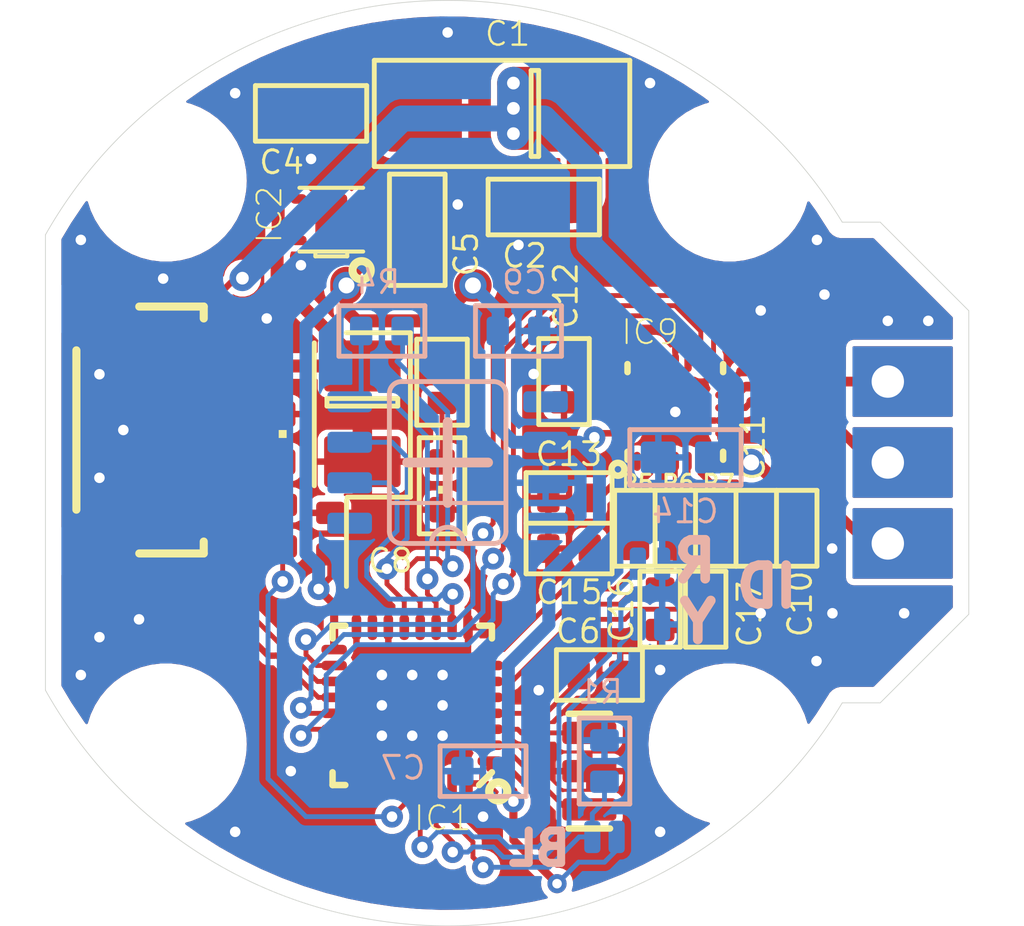
<source format=kicad_pcb>
(kicad_pcb (version 20241229) (generator "pcbnew") (generator_version "9.0")
  (layers (0 "F.Cu" signal) (2 "B.Cu" signal) (13 "F.Paste" user) (15 "B.Paste" user) (5 "F.SilkS" user "F.Silkscreen") (7 "B.SilkS" user "B.Silkscreen") (1 "F.Mask" user) (3 "B.Mask" user) (25 "Edge.Cuts" user))
  (net 0 "")
  (net 1 "GND")
  (net 2 "3.3V")
  (net 3 "PHASE2")
  (net 4 "PHASE3")
  (net 5 "TX")
  (net 6 "SWCLK")
  (net 7 "RX")
  (net 8 "LED")
  (net 9 "N$8")
  (net 10 "SWDIO")
  (net 11 "N$7")
  (net 12 "N$9")
  (net 13 "N$10")
  (net 14 "5V")
  (net 15 "ID2")
  (net 16 "VBAT")
  (net 17 "N$12")
  (net 18 "N$11")
  (net 19 "MOSI")
  (net 20 "SCK")
  (net 21 "CS")
  (net 22 "ID1")
  (net 23 "MISO")
  (net 24 "CURRENT1")
  (net 25 "CURRENT2")
  (net 26 "CURRENT3")
  (net 27 "MOT1")
  (net 28 "PHASE1")
  (net 29 "MOT3")
  (net 30 "DRV-AVDD")
  (net 31 "MOT2")
  (net 32 "DRV-CP")
  (net 33 "DRV-CSAREF")
  (net 34 "CURRENT_SEN1")
  (net 35 "CURRENT_SEN3")
  (net 36 "CURRENT_SEN2")
  (footprint "T STorM32 NT motor v42ECg4 001:R0402" (layer "F.Cu") (at 43.8 38.08375 -90)
    (property "Reference" "R5")
    (property "Value" "330")
  )
  (footprint "T STorM32 NT motor v42ECg4 001:C0402" (layer "F.Cu") (at 48.88 38.08375 -90)
    (property "Reference" "C10")
    (property "Value" "100n")
  )
  (footprint "T STorM32 NT motor v42ECg4 001:R0402" (layer "F.Cu") (at 45.07 38.08375 -90)
    (property "Reference" "R6")
    (property "Value" "330")
  )
  (footprint "T STorM32 NT motor v42ECg4 001:dummyfp2" (layer "F.Cu") (at 46.76625 44.86)
    (property "Reference" "UNK_HOLE_2" (hide yes))
    (property "Value" "")
  )
  (footprint "T STorM32 NT motor v42ECg4 001:C0603" (layer "F.Cu") (at 40.9425 28.003125 180)
    (property "Reference" "C2")
    (property "Value" "100n")
  )
  (footprint "T STorM32 NT motor v42ECg4 001:QFN(WQFN)24-3X3-DRV8311" (layer "F.Cu") (at 45.07 34.4325 90)
    (property "Reference" "IC9")
    (property "Value" "DRV8311" (hide yes))
  )
  (footprint "T STorM32 NT motor v42ECg4 001:CHIPLED_0603" (layer "F.Cu") (at 37.75 36.75 180)
    (property "Reference" "LED1" (hide yes))
    (property "Value" "red")
  )
  (footprint "T STorM32 NT motor v42ECg4 001:R0402" (layer "F.Cu") (at 37.75 33.5 -90)
    (property "Reference" "R2" (hide yes))
    (property "Value" "4.7k")
  )
  (footprint "T STorM32 NT motor v42ECg4 001:RESONATOR-SMD" (layer "F.Cu") (at 42.37125 45.70375 90)
    (property "Reference" "Q1" (hide yes))
    (property "Value" "CSTNE8M00GH5C000R0" (hide yes))
  )
  (footprint "T STorM32 NT motor v42ECg4 001:C0402" (layer "F.Cu") (at 44.59375 40.62375 -90)
    (property "Reference" "C16")
    (property "Value" "22n")
  )
  (footprint "T STorM32 NT motor v42ECg4 001:dummyfp3" (layer "F.Cu") (at 29.08625 44.86)
    (property "Reference" "UNK_HOLE_3" (hide yes))
    (property "Value" "")
  )
  (footprint "T STorM32 NT motor v42ECg4 001:C0402" (layer "F.Cu") (at 34.25 38.25 90)
    (property "Reference" "C8")
    (property "Value" "100n")
  )
  (footprint "T STorM32 NT motor v42ECg4 001:WSON-6-2X2" (layer "F.Cu") (at 34.275 28.4 180)
    (property "Reference" "IC2")
    (property "Value" "LDO-TLV767" (hide yes))
  )
  (footprint "T STorM32 NT motor v42ECg4 001:UFQFPN32" (layer "F.Cu") (at 36.815 43.64 180)
    (property "Reference" "IC1")
    (property "Value" "STM32G431KBUx" (hide yes))
  )
  (footprint "T STorM32 NT motor v42ECg4 001:C0402" (layer "F.Cu") (at 42.68875 42.6875)
    (property "Reference" "C6")
    (property "Value" "100n")
  )
  (footprint "T STorM32 NT motor v42ECg4 001:dummyfp1" (layer "F.Cu") (at 46.76625 27.18)
    (property "Reference" "UNK_HOLE_1" (hide yes))
    (property "Value" "")
  )
  (footprint "T STorM32 NT motor v42ECg4 001:C0402" (layer "F.Cu") (at 41.73625 37.13125 180)
    (property "Reference" "C13")
    (property "Value" "100n")
  )
  (footprint "T STorM32 NT motor v42ECg4 001:C0402" (layer "F.Cu") (at 47.61 38.08375 90)
    (property "Reference" "C11")
    (property "Value" "100n")
  )
  (footprint "T STorM32 NT motor v42ECg4 001:SM06B-SRSS-TB" (layer "F.Cu") (at 27.75 35 -90)
    (property "Reference" "JP2" (hide yes))
    (property "Value" "NTX-1" (hide yes))
  )
  (footprint "T STorM32 NT motor v42ECg4 001:C0402" (layer "F.Cu") (at 41.5775 33.48 -90)
    (property "Reference" "C12")
    (property "Value" "100n")
  )
  (footprint "T STorM32 NT motor v42ECg4 001:1X03_NO_SILK" (layer "F.Cu") (at 51.7375 38.56 90)
    (property "Reference" "PH1" (hide yes))
    (property "Value" "MOT" (hide yes))
  )
  (footprint "T STorM32 NT motor v42ECg4 001:dummyfp0" (layer "F.Cu") (at 29.08625 27.18)
    (property "Reference" "UNK_HOLE_0" (hide yes))
    (property "Value" "")
  )
  (footprint "T STorM32 NT motor v42ECg4 001:C0603" (layer "F.Cu") (at 33.64 25.06625)
    (property "Reference" "C4")
    (property "Value" "100n")
  )
  (footprint "T STorM32 NT motor v42ECg4 001:SMC_B" (layer "F.Cu") (at 35.25 34.491875 -90)
    (property "Reference" "C3" (hide yes))
    (property "Value" "10u/10V")
  )
  (footprint "T STorM32 NT motor v42ECg4 001:R0402" (layer "F.Cu") (at 46.34 38.08375 -90)
    (property "Reference" "R7")
    (property "Value" "330")
  )
  (footprint "T STorM32 NT motor v42ECg4 001:CHIPLED_0603" (layer "F.Cu") (at 32.75 35.25)
    (property "Reference" "LED2" (hide yes))
    (property "Value" "green")
  )
  (footprint "T STorM32 NT motor v42ECg4 001:C0402" (layer "F.Cu") (at 46.0225 40.62375 -90)
    (property "Reference" "C17")
    (property "Value" "22n")
  )
  (footprint "T STorM32 NT motor v42ECg4 001:R0402" (layer "F.Cu") (at 32.75 38 90)
    (property "Reference" "R3" (hide yes))
    (property "Value" "2.2k")
  )
  (footprint "T STorM32 NT motor v42ECg4 001:C0402" (layer "F.Cu") (at 41.73625 38.71875 180)
    (property "Reference" "C15")
    (property "Value" "22n")
  )
  (footprint "T STorM32 NT motor v42ECg4 001:C0603" (layer "F.Cu") (at 36.97375 28.7175 90)
    (property "Reference" "C5")
    (property "Value" "1u")
  )
  (footprint "T STorM32 NT motor v42ECg4 001:SMC_C" (layer "F.Cu") (at 39.6725 25.06625 180)
    (property "Reference" "C1")
    (property "Value" "33u/20V")
  )
  (footprint "T STorM32 NT motor v42ECg4 001:SO08" (layer "B.Cu") (at 37.92625 37.925 90)
    (property "Reference" "IC3" (hide yes))
    (property "Value" "TLE5012B E1000X" (hide yes))
  )
  (footprint "T STorM32 NT motor v42ECg4 001:SJ_2S-NO" (layer "B.Cu") (at 44.27625 39.195)
    (property "Reference" "SJ2" (hide yes))
    (property "Value" "ID1" (hide yes))
  )
  (footprint "T STorM32 NT motor v42ECg4 001:R0402" (layer "B.Cu") (at 35.8625 31.8925 180)
    (property "Reference" "R4")
    (property "Value" "1k")
  )
  (footprint "T STorM32 NT motor v42ECg4 001:SJ_2S-NO" (layer "B.Cu") (at 42.8475 47.7675 180)
    (property "Reference" "SJ1" (hide yes))
    (property "Value" "BOOT0" (hide yes))
  )
  (footprint "T STorM32 NT motor v42ECg4 001:C0402" (layer "B.Cu") (at 40.14875 31.8925)
    (property "Reference" "C9")
    (property "Value" "100n")
  )
  (footprint "T STorM32 NT motor v42ECg4 001:SJ_2S-NO" (layer "B.Cu") (at 44.27625 41.1)
    (property "Reference" "SJ3" (hide yes))
    (property "Value" "ID2" (hide yes))
  )
  (footprint "T STorM32 NT motor v42ECg4 001:C0402" (layer "B.Cu") (at 39.0375 45.70375 180)
    (property "Reference" "C7")
    (property "Value" "100n")
  )
  (footprint "T STorM32 NT motor v42ECg4 001:R0402" (layer "B.Cu") (at 42.8475 45.38625 -90)
    (property "Reference" "R1")
    (property "Value" "10k")
  )
  (footprint "T STorM32 NT motor v42ECg4 001:C0603" (layer "B.Cu") (at 45.3875 35.86125 180)
    (property "Reference" "C14")
    (property "Value" "1u")
  )
  (gr_line (start 40.78375 23.716875) (end 40.78375 26.415625) (stroke (width 0.1524)) (layer "F.SilkS"))
  (gr_line (start 34.75125 39.909375) (end 34.75125 37.210625) (stroke (width 0.1524)) (layer "F.SilkS"))
  (gr_line (start 41.339375 41.89375) (end 44.038125 41.89375) (stroke (width 0.1524)) (layer "F.SilkS"))
  (gr_circle (center 35.2275 29.9875) (end 35.51369 29.9875) (stroke (width 0.254)) (fill no) (layer "F.SilkS"))
  (gr_line (start 45.22875 39.433125) (end 43.95875 39.433125) (stroke (width 0.1524)) (layer "F.SilkS"))
  (gr_line (start 37.846875 30.46375) (end 36.100625 30.46375) (stroke (width 0.1524)) (layer "F.SilkS"))
  (gr_line (start 46.6575 39.433125) (end 45.3875 39.433125) (stroke (width 0.1524)) (layer "F.SilkS"))
  (gr_line (start 37.035625 35.241875) (end 38.464375 35.241875) (stroke (width 0.1524)) (layer "F.SilkS"))
  (gr_line (start 46.6575 41.814375) (end 45.3875 41.814375) (stroke (width 0.1524)) (layer "F.SilkS"))
  (gr_line (start 45.705 39.274375) (end 44.435 39.274375) (stroke (width 0.1524)) (layer "F.SilkS"))
  (gr_line (start 38.54375 34.849375) (end 38.54375 32.150625) (stroke (width 0.1524)) (layer "F.SilkS"))
  (gr_line (start 49.515 36.893125) (end 48.245 36.893125) (stroke (width 0.1524)) (layer "F.SilkS"))
  (gr_line (start 43.085625 36.3375) (end 40.386875 36.3375) (stroke (width 0.1524)) (layer "F.SilkS"))
  (gr_line (start 35.624375 23.399375) (end 43.64125 23.399375) (stroke (width 0.1524)) (layer "F.SilkS"))
  (gr_line (start 35.624375 26.733125) (end 35.624375 23.399375) (stroke (width 0.1524)) (layer "F.SilkS"))
  (gr_line (start 36.100625 26.97125) (end 37.846875 26.97125) (stroke (width 0.1524)) (layer "F.SilkS"))
  (gr_line (start 36.758125 31.948125) (end 36.758125 37.1075) (stroke (width 0.1524)) (layer "F.SilkS"))
  (gr_line (start 37.035625 38.258125) (end 37.035625 35.241875) (stroke (width 0.1524)) (layer "F.SilkS"))
  (gr_line (start 40.386875 36.3375) (end 40.386875 37.925) (stroke (width 0.1524)) (layer "F.SilkS"))
  (gr_line (start 45.22875 39.433125) (end 45.22875 41.814375) (stroke (width 0.1524)) (layer "F.SilkS"))
  (gr_circle (center 39.51375 46.33875) (end 39.79994 46.33875) (stroke (width 0.254)) (fill no) (layer "F.SilkS"))
  (gr_line (start 43.95875 39.433125) (end 43.95875 41.814375) (stroke (width 0.1524)) (layer "F.SilkS"))
  (gr_line (start 35.38625 25.939375) (end 31.89375 25.939375) (stroke (width 0.1524)) (layer "F.SilkS"))
  (gr_line (start 45.705 39.274375) (end 45.705 36.893125) (stroke (width 0.1524)) (layer "F.SilkS"))
  (gr_line (start 36.95625 34.849375) (end 38.54375 34.849375) (stroke (width 0.1524)) (layer "F.SilkS"))
  (gr_line (start 42.68875 28.87625) (end 39.19625 28.87625) (stroke (width 0.1524)) (layer "F.SilkS"))
  (gr_line (start 43.085625 36.3375) (end 43.085625 37.925) (stroke (width 0.1524)) (layer "F.SilkS"))
  (gr_line (start 31.89375 25.939375) (end 31.89375 24.193125) (stroke (width 0.1524)) (layer "F.SilkS"))
  (gr_line (start 42.68875 27.13) (end 42.68875 28.87625) (stroke (width 0.1524)) (layer "F.SilkS"))
  (gr_line (start 43.085625 37.925) (end 43.085625 39.5125) (stroke (width 0.1524)) (layer "F.SilkS"))
  (gr_line (start 46.975 39.274375) (end 46.975 36.893125) (stroke (width 0.1524)) (layer "F.SilkS"))
  (gr_line (start 34.13875 34.011875) (end 36.36125 34.011875) (stroke (width 0.1524)) (layer "F.SilkS"))
  (gr_line (start 40.78375 32.130625) (end 40.78375 34.829375) (stroke (width 0.1524)) (layer "F.SilkS"))
  (gr_line (start 45.705 36.893125) (end 44.435 36.893125) (stroke (width 0.1524)) (layer "F.SilkS"))
  (gr_line (start 48.245 39.274375) (end 48.245 36.893125) (stroke (width 0.1524)) (layer "F.SilkS"))
  (gr_line (start 43.085625 39.5125) (end 40.386875 39.5125) (stroke (width 0.1524)) (layer "F.SilkS"))
  (gr_line (start 48.245 36.893125) (end 46.975 36.893125) (stroke (width 0.1524)) (layer "F.SilkS"))
  (gr_line (start 33.741875 36.75) (end 33.741875 32.265625) (stroke (width 0.1524)) (layer "F.SilkS"))
  (gr_line (start 36.36125 34.011875) (end 36.36125 34.25) (stroke (width 0.1524)) (layer "F.SilkS"))
  (gr_line (start 43.64125 23.399375) (end 43.64125 26.733125) (stroke (width 0.1524)) (layer "F.SilkS"))
  (gr_line (start 39.19625 28.87625) (end 39.19625 27.13) (stroke (width 0.1524)) (layer "F.SilkS"))
  (gr_line (start 41.339375 41.89375) (end 41.339375 43.48125) (stroke (width 0.1524)) (layer "F.SilkS"))
  (gr_line (start 34.13875 34.25) (end 34.13875 34.011875) (stroke (width 0.1524)) (layer "F.SilkS"))
  (gr_line (start 49.515 39.274375) (end 49.515 36.893125) (stroke (width 0.1524)) (layer "F.SilkS"))
  (gr_line (start 38.54375 32.150625) (end 36.95625 32.150625) (stroke (width 0.1524)) (layer "F.SilkS"))
  (gr_line (start 34.75 31.948125) (end 36.758125 31.948125) (stroke (width 0.1524)) (layer "F.SilkS"))
  (gr_line (start 46.975 39.274375) (end 45.705 39.274375) (stroke (width 0.1524)) (layer "F.SilkS"))
  (gr_line (start 40.78375 34.829375) (end 42.37125 34.829375) (stroke (width 0.1524)) (layer "F.SilkS"))
  (gr_line (start 40.545625 23.716875) (end 40.78375 23.716875) (stroke (width 0.1524)) (layer "F.SilkS"))
  (gr_line (start 43.165 39.274375) (end 43.165 36.893125) (stroke (width 0.1524)) (layer "F.SilkS"))
  (gr_line (start 38.464375 35.241875) (end 38.464375 38.258125) (stroke (width 0.1524)) (layer "F.SilkS"))
  (gr_line (start 46.975 36.893125) (end 45.705 36.893125) (stroke (width 0.1524)) (layer "F.SilkS"))
  (gr_line (start 39.19625 27.13) (end 42.68875 27.13) (stroke (width 0.1524)) (layer "F.SilkS"))
  (gr_line (start 44.435 39.274375) (end 44.435 36.893125) (stroke (width 0.1524)) (layer "F.SilkS"))
  (gr_line (start 48.245 39.274375) (end 46.975 39.274375) (stroke (width 0.1524)) (layer "F.SilkS"))
  (gr_line (start 36.95625 34.849375) (end 36.95625 32.150625) (stroke (width 0.1524)) (layer "F.SilkS"))
  (gr_line (start 43.085625 37.925) (end 40.386875 37.925) (stroke (width 0.1524)) (layer "F.SilkS"))
  (gr_line (start 45.22875 41.814375) (end 43.95875 41.814375) (stroke (width 0.1524)) (layer "F.SilkS"))
  (gr_line (start 43.64125 26.733125) (end 35.624375 26.733125) (stroke (width 0.1524)) (layer "F.SilkS"))
  (gr_line (start 35.38625 24.193125) (end 35.38625 25.939375) (stroke (width 0.1524)) (layer "F.SilkS"))
  (gr_line (start 38.464375 38.258125) (end 37.035625 38.258125) (stroke (width 0.1524)) (layer "F.SilkS"))
  (gr_line (start 36.100625 30.46375) (end 36.100625 26.97125) (stroke (width 0.1524)) (layer "F.SilkS"))
  (gr_line (start 36.36125 34.25) (end 34.13875 34.25) (stroke (width 0.1524)) (layer "F.SilkS"))
  (gr_line (start 40.545625 26.415625) (end 40.545625 23.716875) (stroke (width 0.1524)) (layer "F.SilkS"))
  (gr_line (start 40.78375 32.130625) (end 42.37125 32.130625) (stroke (width 0.1524)) (layer "F.SilkS"))
  (gr_line (start 40.78375 26.415625) (end 40.545625 26.415625) (stroke (width 0.1524)) (layer "F.SilkS"))
  (gr_line (start 31.89375 24.193125) (end 35.38625 24.193125) (stroke (width 0.1524)) (layer "F.SilkS"))
  (gr_line (start 41.339375 43.48125) (end 44.038125 43.48125) (stroke (width 0.1524)) (layer "F.SilkS"))
  (gr_line (start 44.038125 43.48125) (end 44.038125 41.89375) (stroke (width 0.1524)) (layer "F.SilkS"))
  (gr_line (start 49.515 39.274375) (end 48.245 39.274375) (stroke (width 0.1524)) (layer "F.SilkS"))
  (gr_line (start 46.6575 39.433125) (end 46.6575 41.814375) (stroke (width 0.1524)) (layer "F.SilkS"))
  (gr_line (start 45.3875 39.433125) (end 45.3875 41.814375) (stroke (width 0.1524)) (layer "F.SilkS"))
  (gr_line (start 44.435 39.274375) (end 43.165 39.274375) (stroke (width 0.1524)) (layer "F.SilkS"))
  (gr_line (start 42.37125 32.130625) (end 42.37125 34.829375) (stroke (width 0.1524)) (layer "F.SilkS"))
  (gr_line (start 44.435 36.893125) (end 43.165 36.893125) (stroke (width 0.1524)) (layer "F.SilkS"))
  (gr_line (start 37.846875 26.97125) (end 37.846875 30.46375) (stroke (width 0.1524)) (layer "F.SilkS"))
  (gr_line (start 34.77375 37.1075) (end 36.758125 37.1075) (stroke (width 0.1524)) (layer "F.SilkS"))
  (gr_line (start 40.386875 37.925) (end 40.386875 39.5125) (stroke (width 0.1524)) (layer "F.SilkS"))
  (gr_line (start 43.64125 34.988125) (end 47.13375 34.988125) (stroke (width 0.1524)) (layer "B.SilkS"))
  (gr_line (start 34.513125 31.09875) (end 37.211875 31.09875) (stroke (width 0.1524)) (layer "B.SilkS"))
  (gr_line (start 37.688125 46.4975) (end 37.688125 44.91) (stroke (width 0.1524)) (layer "B.SilkS"))
  (gr_line (start 42.05375 44.036875) (end 43.64125 44.036875) (stroke (width 0.1524)) (layer "B.SilkS"))
  (gr_line (start 38.799375 32.68625) (end 41.498125 32.68625) (stroke (width 0.1524)) (layer "B.SilkS"))
  (gr_line (start 47.13375 36.734375) (end 47.13375 34.988125) (stroke (width 0.1524)) (layer "B.SilkS"))
  (gr_line (start 38.799375 31.09875) (end 41.498125 31.09875) (stroke (width 0.1524)) (layer "B.SilkS"))
  (gr_line (start 40.386875 44.91) (end 40.386875 46.4975) (stroke (width 0.1524)) (layer "B.SilkS"))
  (gr_line (start 34.513125 32.68625) (end 37.211875 32.68625) (stroke (width 0.1524)) (layer "B.SilkS"))
  (gr_line (start 42.05375 44.036875) (end 42.05375 46.735625) (stroke (width 0.1524)) (layer "B.SilkS"))
  (gr_line (start 37.688125 46.4975) (end 40.386875 46.4975) (stroke (width 0.1524)) (layer "B.SilkS"))
  (gr_line (start 37.211875 31.09875) (end 37.211875 32.68625) (stroke (width 0.1524)) (layer "B.SilkS"))
  (gr_line (start 34.513125 32.68625) (end 34.513125 31.09875) (stroke (width 0.1524)) (layer "B.SilkS"))
  (gr_line (start 43.64125 46.735625) (end 42.05375 46.735625) (stroke (width 0.1524)) (layer "B.SilkS"))
  (gr_line (start 43.64125 36.734375) (end 43.64125 34.988125) (stroke (width 0.1524)) (layer "B.SilkS"))
  (gr_line (start 38.799375 32.68625) (end 38.799375 31.09875) (stroke (width 0.1524)) (layer "B.SilkS"))
  (gr_line (start 36.65625 36.02) (end 39.19625 36.02) (stroke (width 0.3048)) (layer "B.SilkS"))
  (gr_line (start 37.688125 44.91) (end 40.386875 44.91) (stroke (width 0.1524)) (layer "B.SilkS"))
  (gr_line (start 43.64125 36.734375) (end 47.13375 36.734375) (stroke (width 0.1524)) (layer "B.SilkS"))
  (gr_line (start 37.92625 34.75) (end 37.92625 37.29) (stroke (width 0.3048)) (layer "B.SilkS"))
  (gr_line (start 41.498125 31.09875) (end 41.498125 32.68625) (stroke (width 0.1524)) (layer "B.SilkS"))
  (gr_line (start 43.64125 44.036875) (end 43.64125 46.735625) (stroke (width 0.1524)) (layer "B.SilkS"))
  (gr_line (start 25.305625 43.16375) (end 25.305625 28.87625) (stroke (width 0.0254)) (layer "Edge.Cuts"))
  (gr_arc (start 25.305625 28.87625) (mid 37.693601 21.521855) (end 50.30875 28.479374) (stroke (width 0.0254)) (layer "Edge.Cuts"))
  (gr_line (start 51.499375 28.479375) (end 50.30875 28.479375) (stroke (width 0.0254)) (layer "Edge.Cuts"))
  (gr_line (start 54.2775 31.2575) (end 54.2775 40.7825) (stroke (width 0.0254)) (layer "Edge.Cuts"))
  (gr_line (start 54.2775 40.7825) (end 51.499375 43.560625) (stroke (width 0.0254)) (layer "Edge.Cuts"))
  (gr_arc (start 50.308749 43.560625) (mid 37.692976 50.557474) (end 25.305625 43.16375) (stroke (width 0.0254)) (layer "Edge.Cuts"))
  (gr_line (start 51.499375 43.560625) (end 50.30875 43.560625) (stroke (width 0.0254)) (layer "Edge.Cuts"))
  (gr_line (start 54.2775 31.2575) (end 51.499375 28.479375) (stroke (width 0.0254)) (layer "Edge.Cuts"))
  (gr_text "BL" (at 41.895 48.72 0) (layer "B.SilkS") (effects (font (size 1.016 1.016) (thickness 0.254)) (justify left bottom mirror)))
  (gr_text "Y" (at 46.49875 41.735 0) (layer "B.SilkS") (effects (font (size 1.2192 1.2192) (thickness 0.3048)) (justify left bottom mirror)))
  (gr_text "ID" (at 49.03875 40.62375 0) (layer "B.SilkS") (effects (font (size 1.2192 1.2192) (thickness 0.3048)) (justify left bottom mirror)))
  (gr_text "R" (at 46.49875 39.83 0) (layer "B.SilkS") (effects (font (size 1.2192 1.2192) (thickness 0.3048)) (justify left bottom mirror)))
  (segment (start 46.81625 34.6992) (end 46.800375 34.715075) (width 0.2032) (layer "F.Cu") (net 1))
  (segment (start 35.25 37.190625) (end 35.25 34.809375) (width 0.6096) (layer "F.Cu") (net 1))
  (segment (start 37.211875 26.65375) (end 37.211875 23.399375) (width 0.6096) (layer "F.Cu") (net 1))
  (segment (start 46.800375 34.715075) (end 46.800375 34.71825) (width 0.2032) (layer "F.Cu") (net 1))
  (segment (start 38.87875 25.06625) (end 35.70375 25.06625) (width 0.6096) (layer "F.Cu") (net 1))
  (via (at 47.75 31.25) (size 0.6858) (drill 0.3302) (layers "F.Cu" "B.Cu") (net 1))
  (via (at 39.0375 47.1325) (size 0.6858) (drill 0.3302) (layers "F.Cu" "B.Cu") (net 1))
  (via (at 35.8625 44.5925) (size 0.6858) (drill 0.3302) (layers "F.Cu" "B.Cu") (net 1))
  (via (at 49.5 42.25) (size 0.6858) (drill 0.3302) (layers "F.Cu" "B.Cu") (net 1))
  (via (at 33.3225 29.82875) (size 0.6858) (drill 0.3302) (layers "F.Cu" "B.Cu") (net 1))
  (via (at 45.07 34.4325) (size 0.6858) (drill 0.3302) (layers "F.Cu" "B.Cu") (net 1))
  (via (at 53.0075 31.575) (size 0.6858) (drill 0.3302) (layers "F.Cu" "B.Cu") (net 1))
  (via (at 33.005 45.70375) (size 0.6858) (drill 0.3302) (layers "F.Cu" "B.Cu") (net 1))
  (via (at 51.7375 31.575) (size 0.6858) (drill 0.3302) (layers "F.Cu" "B.Cu") (net 1))
  (via (at 35.8625 43.64) (size 0.6858) (drill 0.3302) (layers "F.Cu" "B.Cu") (net 1))
  (via (at 50 40.75) (size 0.6858) (drill 0.3302) (layers "F.Cu" "B.Cu") (net 1))
  (via (at 26.416875 29.035) (size 0.6858) (drill 0.3302) (layers "F.Cu" "B.Cu") (net 1))
  (via (at 36.815 42.6875) (size 0.6858) (drill 0.3302) (layers "F.Cu" "B.Cu") (net 1))
  (via (at 49.75 30.75) (size 0.6858) (drill 0.3302) (layers "F.Cu" "B.Cu") (net 1))
  (via (at 31.25875 24.43125) (size 0.6858) (drill 0.3302) (layers "F.Cu" "B.Cu") (net 1))
  (via (at 27 36.5) (size 0.6858) (drill 0.3302) (layers "F.Cu" "B.Cu") (net 1))
  (via (at 44.59375 42.52875) (size 0.6858) (drill 0.3302) (layers "F.Cu" "B.Cu") (net 1))
  (via (at 27 33.25) (size 0.6858) (drill 0.3302) (layers "F.Cu" "B.Cu") (net 1))
  (via (at 44.59375 47.60875) (size 0.6858) (drill 0.3302) (layers "F.Cu" "B.Cu") (net 1))
  (via (at 49.515 29.035) (size 0.6858) (drill 0.3302) (layers "F.Cu" "B.Cu") (net 1))
  (via (at 33.64 26.495) (size 0.6858) (drill 0.3302) (layers "F.Cu" "B.Cu") (net 1))
  (via (at 37.92625 22.52625) (size 0.6858) (drill 0.3302) (layers "F.Cu" "B.Cu") (net 1))
  (via (at 52.25 40.75) (size 0.6858) (drill 0.3302) (layers "F.Cu" "B.Cu") (net 1))
  (via (at 40.14875 29.19375) (size 0.6858) (drill 0.3302) (layers "F.Cu" "B.Cu") (net 1))
  (via (at 32.25 31.5) (size 0.6858) (drill 0.3302) (layers "F.Cu" "B.Cu") (net 1))
  (via (at 44.27625 24.11375) (size 0.6858) (drill 0.3302) (layers "F.Cu" "B.Cu") (net 1))
  (via (at 37.7675 44.5925) (size 0.6858) (drill 0.3302) (layers "F.Cu" "B.Cu") (net 1))
  (via (at 36.815 44.5925) (size 0.6858) (drill 0.3302) (layers "F.Cu" "B.Cu") (net 1))
  (via (at 37.7675 42.6875) (size 0.6858) (drill 0.3302) (layers "F.Cu" "B.Cu") (net 1))
  (via (at 27 41.5) (size 0.6858) (drill 0.3302) (layers "F.Cu" "B.Cu") (net 1))
  (via (at 35.8625 42.6875) (size 0.6858) (drill 0.3302) (layers "F.Cu" "B.Cu") (net 1))
  (via (at 29 30.25) (size 0.6858) (drill 0.3302) (layers "F.Cu" "B.Cu") (net 1))
  (via (at 38.24375 27.92375) (size 0.6858) (drill 0.3302) (layers "F.Cu" "B.Cu") (net 1))
  (via (at 40.78375 43.16375) (size 0.6858) (drill 0.3302) (layers "F.Cu" "B.Cu") (net 1))
  (via (at 31.25875 47.60875) (size 0.6858) (drill 0.3302) (layers "F.Cu" "B.Cu") (net 1))
  (via (at 28.2425 40.94125) (size 0.6858) (drill 0.3302) (layers "F.Cu" "B.Cu") (net 1))
  (via (at 27.75 35) (size 0.6858) (drill 0.3302) (layers "F.Cu" "B.Cu") (net 1))
  (via (at 40.625 33.241875) (size 0.6858) (drill 0.3302) (layers "F.Cu" "B.Cu") (net 1))
  (via (at 26.416875 42.6875) (size 0.6858) (drill 0.3302) (layers "F.Cu" "B.Cu") (net 1))
  (via (at 37.7675 43.64) (size 0.6858) (drill 0.3302) (layers "F.Cu" "B.Cu") (net 1))
  (via (at 49.99125 38.71875) (size 0.6858) (drill 0.3302) (layers "F.Cu" "B.Cu") (net 1))
  (via (at 47.75 40.75) (size 0.6858) (drill 0.3302) (layers "F.Cu" "B.Cu") (net 1))
  (segment (start 37.75 32.85) (end 37.75 31.71625) (width 0.2) (layer "F.Cu") (net 2))
  (segment (start 34.75125 31.2575) (end 35.06875 31.575) (width 0.4064) (layer "F.Cu") (net 2))
  (segment (start 34.365 41.89) (end 34.365 40.634375) (width 0.254) (layer "F.Cu") (net 2))
  (segment (start 34.25 38.9) (end 34.25 39.616875) (width 0.2) (layer "F.Cu") (net 2))
  (segment (start 37.60875 31.575) (end 38.72 30.46375) (width 0.4064) (layer "F.Cu") (net 2))
  (segment (start 35.56 29.05) (end 35.8625 29.3525) (width 0.4064) (layer "F.Cu") (net 2))
  (segment (start 39.99 47.866435) (end 41.358935 49.23537) (width 0.254) (layer "F.Cu") (net 2))
  (segment (start 34.75125 30.384375) (end 34.75125 30.2724) (width 0.4064) (layer "F.Cu") (net 2))
  (segment (start 38.72 30.46375) (end 38.72 30.543125) (width 0.3048) (layer "F.Cu") (net 2))
  (segment (start 34.365 40.634375) (end 34.52375 40.475625) (width 0.254) (layer "F.Cu") (net 2))
  (segment (start 36.75875 29.3525) (end 36.97375 29.5675) (width 0.4064) (layer "F.Cu") (net 2))
  (segment (start 34.74875 30.46125) (end 34.75125 30.46375) (width 0.4064) (layer "F.Cu") (net 2))
  (segment (start 37.75 31.71625) (end 37.60875 31.575) (width 0.2) (layer "F.Cu") (net 2))
  (segment (start 39.99 46.65625) (end 39.99 47.866435) (width 0.254) (layer "F.Cu") (net 2))
  (segment (start 38.72 30.46375) (end 38.799375 30.46375) (width 1.016) (layer "F.Cu") (net 2))
  (segment (start 34.52375 40.475625) (end 34.365 40.475625) (width 0.254) (layer "F.Cu") (net 2))
  (segment (start 34.25 39.616875) (end 33.878125 39.98875) (width 0.2) (layer "F.Cu") (net 2))
  (segment (start 34.75125 30.543125) (end 34.75125 30.384375) (width 1.016) (layer "F.Cu") (net 2))
  (segment (start 39.99 46.65625) (end 39.99 46.33875) (width 0.254) (layer "F.Cu") (net 2))
  (segment (start 38.72 30.543125) (end 38.799375 30.46375) (width 0.3048) (layer "F.Cu") (net 2))
  (segment (start 35.06875 31.575) (end 37.60875 31.575) (width 0.4064) (layer "F.Cu") (net 2))
  (segment (start 35.565 40.723125) (end 35.306875 40.465) (width 0.254) (layer "F.Cu") (net 2))
  (segment (start 34.75125 30.2724) (end 35.1949 29.82875) (width 0.4064) (layer "F.Cu") (net 2))
  (segment (start 34.365 40.475625) (end 33.878125 39.98875) (width 0.254) (layer "F.Cu") (net 2))
  (segment (start 42.65375 35.1025) (end 42.53 35.22625) (width 0.2032) (layer "F.Cu") (net 2))
  (segment (start 39.99 46.33875) (end 39.265 45.61375) (width 0.254) (layer "F.Cu") (net 2))
  (segment (start 35.3 29.05) (end 35.56 29.05) (width 0.4064) (layer "F.Cu") (net 2))
  (segment (start 39.265 45.61375) (end 39.265 45.39) (width 0.254) (layer "F.Cu") (net 2))
  (segment (start 38.640625 30.46375) (end 38.72 30.46375) (width 1.016) (layer "F.Cu") (net 2))
  (segment (start 35.306875 40.465) (end 34.534375 40.465) (width 0.254) (layer "F.Cu") (net 2))
  (segment (start 35.8625 29.3525) (end 36.75875 29.3525) (width 0.4064) (layer "F.Cu") (net 2))
  (segment (start 43.52 35.1025) (end 42.65375 35.1025) (width 0.2032) (layer "F.Cu") (net 2))
  (segment (start 35.1949 29.82875) (end 36.7125 29.82875) (width 0.4064) (layer "F.Cu") (net 2))
  (segment (start 34.534375 40.465) (end 34.52375 40.475625) (width 0.254) (layer "F.Cu") (net 2))
  (segment (start 36.7125 29.82875) (end 36.97375 29.5675) (width 0.4064) (layer "F.Cu") (net 2))
  (segment (start 34.75125 30.543125) (end 34.75125 31.2575) (width 0.4064) (layer "F.Cu") (net 2))
  (segment (start 35.3 28.4) (end 35.3 29.05) (width 0.1524) (layer "F.Cu") (net 2))
  (segment (start 34.75125 30.46375) (end 34.75125 30.543125) (width 0.4064) (layer "F.Cu") (net 2))
  (segment (start 35.565 41.19) (end 35.565 40.723125) (width 0.254) (layer "F.Cu") (net 2))
  (via (at 34.75125 30.46375) (size 0.8556) (drill 0.5) (layers "F.Cu" "B.Cu") (net 2))
  (via (at 42.53 35.22625) (size 0.6858) (drill 0.3302) (layers "F.Cu" "B.Cu") (net 2))
  (via (at 41.358935 49.23537) (size 0.6) (drill 0.3) (layers "F.Cu" "B.Cu") (net 2))
  (via (at 38.72 30.46375) (size 0.8556) (drill 0.5) (layers "F.Cu" "B.Cu") (net 2))
  (via (at 33.878125 39.98875) (size 0.6858) (drill 0.3302) (layers "F.Cu" "B.Cu") (net 2))
  (via (at 39.99 46.65625) (size 0.6858) (drill 0.3302) (layers "F.Cu" "B.Cu") (net 2))
  (segment (start 33.48125 38.8775) (end 33.48125 31.73375) (width 0.4064) (layer "B.Cu") (net 2))
  (segment (start 41.10125 41.1) (end 39.83125 42.37) (width 0.4064) (layer "B.Cu") (net 2))
  (segment (start 41.10125 39.5125) (end 42.68875 37.925) (width 0.4064) (layer "B.Cu") (net 2))
  (segment (start 40.99965 35.385) (end 39.99 35.385) (width 0.4064) (layer "B.Cu") (net 2))
  (segment (start 43.2285 47.7675) (end 43.2285 48.18025) (width 0.1524) (layer "B.Cu") (net 2))
  (segment (start 42.033055 48.56125) (end 41.358935 49.23537) (width 0.1524) (layer "B.Cu") (net 2))
  (segment (start 33.878125 39.274375) (end 33.48125 38.8775) (width 0.4064) (layer "B.Cu") (net 2))
  (segment (start 39.49875 31.8925) (end 39.51375 31.2575) (width 0.4064) (layer "B.Cu") (net 2))
  (segment (start 39.49875 31.8925) (end 39.49875 31.9075) (width 0.4064) (layer "B.Cu") (net 2))
  (segment (start 33.48125 31.73375) (end 34.75125 30.46375) (width 0.4064) (layer "B.Cu") (net 2))
  (segment (start 42.68875 36.02) (end 42.68875 37.925) (width 0.4064) (layer "B.Cu") (net 2))
  (segment (start 42.05375 35.385) (end 42.2125 35.54375) (width 0.4064) (layer "B.Cu") (net 2))
  (segment (start 39.51375 32.05125) (end 39.51375 34.90875) (width 0.4064) (layer "B.Cu") (net 2))
  (segment (start 39.6575 45.8775) (end 39.6875 45.70375) (width 0.4064) (layer "B.Cu") (net 2))
  (segment (start 39.83125 45.8625) (end 39.6575 45.8775) (width 0.4064) (layer "B.Cu") (net 2))
  (segment (start 33.878125 39.98875) (end 33.878125 39.274375) (width 0.4064) (layer "B.Cu") (net 2))
  (segment (start 43.2285 48.18025) (end 42.8475 48.56125) (width 0.1524) (layer "B.Cu") (net 2))
  (segment (start 42.53 35.22625) (end 42.2125 35.54375) (width 0.2032) (layer "B.Cu") (net 2))
  (segment (start 39.49875 31.9075) (end 39.51375 32.05125) (width 0.4064) (layer "B.Cu") (net 2))
  (segment (start 39.99 46.65625) (end 39.83125 46.4975) (width 0.4064) (layer "B.Cu") (net 2))
  (segment (start 39.99 35.385) (end 39.51375 34.90875) (width 0.4064) (layer "B.Cu") (net 2))
  (segment (start 41.10125 41.1) (end 41.10125 39.5125) (width 0.4064) (layer "B.Cu") (net 2))
  (segment (start 42.2125 35.54375) (end 42.68875 36.02) (width 0.4064) (layer "B.Cu") (net 2))
  (segment (start 42.8475 48.56125) (end 42.033055 48.56125) (width 0.1524) (layer "B.Cu") (net 2))
  (segment (start 39.83125 46.4975) (end 39.83125 45.8625) (width 0.4064) (layer "B.Cu") (net 2))
  (segment (start 40.99965 35.385) (end 42.05375 35.385) (width 0.4064) (layer "B.Cu") (net 2))
  (segment (start 39.83125 42.37) (end 39.83125 45.8625) (width 0.4064) (layer "B.Cu") (net 2))
  (segment (start 39.51375 31.2575) (end 38.72 30.46375) (width 0.4064) (layer "B.Cu") (net 2))
  (segment (start 33.493125 43.89) (end 33.3225 43.719375) (width 0.1524) (layer "F.Cu") (net 3))
  (segment (start 39.6725 32.5275) (end 39.6725 38.71875) (width 0.1524) (layer "F.Cu") (net 3))
  (segment (start 41.10125 31.09875) (end 39.6725 32.5275) (width 0.1524) (layer "F.Cu") (net 3))
  (segment (start 45.87 31.89875) (end 45.07 31.09875) (width 0.1524) (layer "F.Cu") (net 3))
  (segment (start 45.87 32.8825) (end 45.87 31.89875) (width 0.1524) (layer "F.Cu") (net 3))
  (segment (start 39.6725 38.71875) (end 39.355 39.03625) (width 0.1524) (layer "F.Cu") (net 3))
  (segment (start 34.365 43.89) (end 33.493125 43.89) (width 0.1524) (layer "F.Cu") (net 3))
  (segment (start 45.07 31.09875) (end 41.10125 31.09875) (width 0.1524) (layer "F.Cu") (net 3))
  (via (at 33.3225 43.719375) (size 0.6858) (drill 0.3302) (layers "F.Cu" "B.Cu") (net 3))
  (via (at 39.355 39.03625) (size 0.6858) (drill 0.3302) (layers "F.Cu" "B.Cu") (net 3))
  (segment (start 34.671875 41.4175) (end 38.323125 41.4175) (width 0.1524) (layer "B.Cu") (net 3))
  (segment (start 38.323125 41.4175) (end 39.0375 40.703125) (width 0.1524) (layer "B.Cu") (net 3))
  (segment (start 33.3225 43.719375) (end 33.64 43.401875) (width 0.1524) (layer "B.Cu") (net 3))
  (segment (start 33.64 43.401875) (end 33.64 42.449375) (width 0.1524) (layer "B.Cu") (net 3))
  (segment (start 39.0375 39.35375) (end 39.355 39.03625) (width 0.1524) (layer "B.Cu") (net 3))
  (segment (start 33.64 42.449375) (end 34.671875 41.4175) (width 0.1524) (layer "B.Cu") (net 3))
  (segment (start 39.0375 40.703125) (end 39.0375 39.35375) (width 0.1524) (layer "B.Cu") (net 3))
  (segment (start 41.26 31.41625) (end 39.99 32.68625) (width 0.1524) (layer "F.Cu") (net 4))
  (segment (start 45.47 31.975) (end 44.91125 31.41625) (width 0.1524) (layer "F.Cu") (net 4))
  (segment (start 39.6725 39.83) (end 39.99 39.5125) (width 0.1524) (layer "F.Cu") (net 4))
  (segment (start 33.525 44.39) (end 33.3225 44.5925) (width 0.1524) (layer "F.Cu") (net 4))
  (segment (start 45.47 32.8825) (end 45.47 31.975) (width 0.1524) (layer "F.Cu") (net 4))
  (segment (start 34.365 44.39) (end 33.525 44.39) (width 0.1524) (layer "F.Cu") (net 4))
  (segment (start 44.91125 31.41625) (end 41.26 31.41625) (width 0.1524) (layer "F.Cu") (net 4))
  (segment (start 39.99 32.68625) (end 39.99 39.5125) (width 0.1524) (layer "F.Cu") (net 4))
  (via (at 33.3225 44.5925) (size 0.6858) (drill 0.3302) (layers "F.Cu" "B.Cu") (net 4))
  (via (at 39.6725 39.83) (size 0.6858) (drill 0.3302) (layers "F.Cu" "B.Cu") (net 4))
  (segment (start 39.355 40.1475) (end 39.6725 39.83) (width 0.1524) (layer "B.Cu") (net 4))
  (segment (start 34.11625 42.6875) (end 35.06875 41.735) (width 0.1524) (layer "B.Cu") (net 4))
  (segment (start 34.11625 43.79875) (end 34.11625 42.6875) (width 0.1524) (layer "B.Cu") (net 4))
  (segment (start 35.06875 41.735) (end 38.56125 41.735) (width 0.1524) (layer "B.Cu") (net 4))
  (segment (start 33.3225 44.5925) (end 34.11625 43.79875) (width 0.1524) (layer "B.Cu") (net 4))
  (segment (start 38.56125 41.735) (end 39.355 40.94125) (width 0.1524) (layer "B.Cu") (net 4))
  (segment (start 39.355 40.94125) (end 39.355 40.1475) (width 0.1524) (layer "B.Cu") (net 4))
  (segment (start 30.725 36.5) (end 29.95 36.5) (width 0.2) (layer "F.Cu") (net 5))
  (segment (start 33.8425 42.89) (end 29.2025 38.25) (width 0.1524) (layer "F.Cu") (net 5))
  (segment (start 29.2025 37.2475) (end 29.2025 38.25) (width 0.2) (layer "F.Cu") (net 5))
  (segment (start 29.95 36.5) (end 29.2025 37.2475) (width 0.2) (layer "F.Cu") (net 5))
  (segment (start 34.365 42.89) (end 33.8425 42.89) (width 0.1524) (layer "F.Cu") (net 5))
  (segment (start 34.365 45.39) (end 34.365 45.455) (width 0.1524) (layer "F.Cu") (net 6))
  (segment (start 30.725 35.5) (end 29.716559 35.5) (width 0.2) (layer "F.Cu") (net 7))
  (segment (start 34.365 43.39) (end 33.86625 43.39) (width 0.1524) (layer "F.Cu") (net 7))
  (segment (start 29.716559 35.5) (end 28.6228 36.593759) (width 0.2) (layer "F.Cu") (net 7))
  (segment (start 28.6228 38.406241) (end 32.297655 42.081096) (width 0.2) (layer "F.Cu") (net 7))
  (segment (start 33.86625 43.39) (end 32.52875 42.0525) (width 0.1524) (layer "F.Cu") (net 7))
  (segment (start 28.6228 36.593759) (end 28.6228 38.406241) (width 0.2) (layer "F.Cu") (net 7))
  (segment (start 32.297655 42.081096) (end 32.500154 42.081096) (width 0.2) (layer "F.Cu") (net 7))
  (segment (start 36.565 46.09) (end 36.565 46.7475) (width 0.1524) (layer "F.Cu") (net 8))
  (segment (start 36.565 46.7475) (end 36.18 47.1325) (width 0.1524) (layer "F.Cu") (net 8))
  (segment (start 32.75 39.75) (end 32.75 38.65) (width 0.1524) (layer "F.Cu") (net 8))
  (via (at 32.75 39.75) (size 0.6858) (drill 0.3302) (layers "F.Cu" "B.Cu") (net 8))
  (via (at 36.18 47.1325) (size 0.6858) (drill 0.3302) (layers "F.Cu" "B.Cu") (net 8))
  (segment (start 33.48125 47.1325) (end 36.18 47.1325) (width 0.1524) (layer "B.Cu") (net 8))
  (segment (start 32.290625 45.941875) (end 33.48125 47.1325) (width 0.1524) (layer "B.Cu") (net 8))
  (segment (start 32.290625 40.209375) (end 32.290625 45.941875) (width 0.1524) (layer "B.Cu") (net 8))
  (segment (start 32.75 39.75) (end 32.290625 40.209375) (width 0.1524) (layer "B.Cu") (net 8))
  (segment (start 38.72 48.4025) (end 39.0375 48.72) (width 0.1524) (layer "F.Cu") (net 9))
  (segment (start 38.065 46.09) (end 38.065 47.27125) (width 0.1524) (layer "F.Cu") (net 9))
  (segment (start 38.065 47.27125) (end 38.72 47.92625) (width 0.1524) (layer "F.Cu") (net 9))
  (segment (start 38.72 47.92625) (end 38.72 48.4025) (width 0.1524) (layer "F.Cu") (net 9))
  (via (at 39.0375 48.72) (size 0.6858) (drill 0.3302) (layers "F.Cu" "B.Cu") (net 9))
  (segment (start 42.4665 47.7675) (end 42.05375 47.7675) (width 0.1524) (layer "B.Cu") (net 9))
  (segment (start 39.0375 48.72) (end 41.10125 48.72) (width 0.1524) (layer "B.Cu") (net 9))
  (segment (start 41.10125 48.72) (end 42.05375 47.7675) (width 0.1524) (layer "B.Cu") (net 9))
  (segment (start 42.8475 46.65625) (end 42.4665 47.03725) (width 0.1524) (layer "B.Cu") (net 9))
  (segment (start 42.8475 46.03625) (end 42.8475 46.65625) (width 0.1524) (layer "B.Cu") (net 9))
  (segment (start 42.4665 47.7675) (end 42.4665 47.03725) (width 0.1524) (layer "B.Cu") (net 9))
  (segment (start 41.01 43.89) (end 42.05375 42.84625) (width 0.1524) (layer "F.Cu") (net 11))
  (segment (start 42.05375 42.84625) (end 42.03875 42.6875) (width 0.1524) (layer "F.Cu") (net 11))
  (segment (start 39.265 43.89) (end 41.01 43.89) (width 0.1524) (layer "F.Cu") (net 11))
  (segment (start 39.265 44.89) (end 39.6525 44.89) (width 0.1524) (layer "F.Cu") (net 12))
  (segment (start 39.6525 44.89) (end 41.66625 46.90375) (width 0.1524) (layer "F.Cu") (net 12))
  (segment (start 41.66625 46.90375) (end 42.37125 46.90375) (width 0.1524) (layer "F.Cu") (net 12))
  (segment (start 39.265 44.39) (end 40.12375 44.39) (width 0.1524) (layer "F.Cu") (net 13))
  (segment (start 40.12375 44.39) (end 40.2375 44.50375) (width 0.1524) (layer "F.Cu") (net 13))
  (segment (start 40.2375 44.50375) (end 42.37125 44.50375) (width 0.1524) (layer "F.Cu") (net 13))
  (segment (start 32.608125 27.209375) (end 32.84625 26.97125) (width 0.4064) (layer "F.Cu") (net 14))
  (segment (start 32.608125 27.765) (end 32.608125 29.035) (width 0.4064) (layer "F.Cu") (net 14))
  (segment (start 32.608125 29.035) (end 32.608125 29.3525) (width 0.4064) (layer "F.Cu") (net 14))
  (segment (start 32.84625 25.06625) (end 32.84625 26.97125) (width 0.4064) (layer "F.Cu") (net 14))
  (segment (start 32.79 25.01) (end 32.84625 25.06625) (width 0.4064) (layer "F.Cu") (net 14))
  (segment (start 32.808875 32.991875) (end 31.30075 34.5) (width 0.4064) (layer "F.Cu") (net 14))
  (segment (start 32.608125 29.3525) (end 32.5754 29.385225) (width 0.4064) (layer "F.Cu") (net 14))
  (segment (start 32.5754 30.317275) (end 35.25 32.991875) (width 0.4064) (layer "F.Cu") (net 14))
  (segment (start 32.623125 27.75) (end 32.608125 27.765) (width 0.2) (layer "F.Cu") (net 14))
  (segment (start 31.30075 34.5) (end 30.725 34.5) (width 0.4064) (layer "F.Cu") (net 14))
  (segment (start 32.623125 29.05) (end 32.608125 29.035) (width 0.2) (layer "F.Cu") (net 14))
  (segment (start 32.79 25.06625) (end 32.79 25.01) (width 0.4064) (layer "F.Cu") (net 14))
  (segment (start 32.608125 27.209375) (end 32.608125 27.765) (width 0.4064) (layer "F.Cu") (net 14))
  (segment (start 35.25 32.991875) (end 32.808875 32.991875) (width 0.4064) (layer "F.Cu") (net 14))
  (segment (start 33.25 29.05) (end 32.623125 29.05) (width 0.2) (layer "F.Cu") (net 14))
  (segment (start 33.25 27.75) (end 32.623125 27.75) (width 0.2) (layer "F.Cu") (net 14))
  (segment (start 32.5754 29.385225) (end 32.5754 30.317275) (width 0.4064) (layer "F.Cu") (net 14))
  (segment (start 38.085 47.92625) (end 38.085 48.24375) (width 0.1524) (layer "F.Cu") (net 15))
  (segment (start 37.565 47.40625) (end 38.085 47.92625) (width 0.1524) (layer "F.Cu") (net 15))
  (segment (start 37.565 46.09) (end 37.565 47.40625) (width 0.1524) (layer "F.Cu") (net 15))
  (via (at 38.085 48.24375) (size 0.6858) (drill 0.3302) (layers "F.Cu" "B.Cu") (net 15))
  (segment (start 38.085 48.24375) (end 38.56125 48.24375) (width 0.1524) (layer "B.Cu") (net 15))
  (segment (start 38.72 48.085) (end 39.355 48.085) (width 0.1524) (layer "B.Cu") (net 15))
  (segment (start 43.32375 41.735) (end 43.32375 42.21125) (width 0.1524) (layer "B.Cu") (net 15))
  (segment (start 43.89525 41.1) (end 43.7365 41.32225) (width 0.1524) (layer "B.Cu") (net 15))
  (segment (start 43.32375 42.21125) (end 41.73625 43.79875) (width 0.1524) (layer "B.Cu") (net 15))
  (segment (start 39.355 48.085) (end 39.6725 48.4025) (width 0.1524) (layer "B.Cu") (net 15))
  (segment (start 43.7365 41.32225) (end 43.32375 41.735) (width 0.1524) (layer "B.Cu") (net 15))
  (segment (start 40.9425 48.4025) (end 39.6725 48.4025) (width 0.1524) (layer "B.Cu") (net 15))
  (segment (start 41.73625 47.60875) (end 40.9425 48.4025) (width 0.1524) (layer "B.Cu") (net 15))
  (segment (start 41.73625 43.79875) (end 41.73625 47.60875) (width 0.1524) (layer "B.Cu") (net 15))
  (segment (start 38.56125 48.24375) (end 38.72 48.085) (width 0.1524) (layer "B.Cu") (net 15))
  (segment (start 48.72125 37.44875) (end 48.72125 37.13125) (width 0.4064) (layer "F.Cu") (net 16))
  (segment (start 42.1725 27.623125) (end 41.7925 28.003125) (width 1.016) (layer "F.Cu") (net 16))
  (segment (start 49.03875 37.275) (end 48.88 37.43375) (width 0.4064) (layer "F.Cu") (net 16))
  (segment (start 39.99 24.11375) (end 41.22 24.11375) (width 1.016) (layer "F.Cu") (net 16))
  (segment (start 46.298125 35.9825) (end 46.578125 35.7025) (width 0.2032) (layer "F.Cu") (net 16))
  (segment (start 39.99 24.9075) (end 39.99 25.70125) (width 1.016) (layer "F.Cu") (net 16))
  (segment (start 42.01375 24.9075) (end 42.1725 25.06625) (width 1.016) (layer "F.Cu") (net 16))
  (segment (start 39.99 24.11375) (end 39.99 24.9075) (width 1.016) (layer "F.Cu") (net 16))
  (segment (start 42.1725 25.06625) (end 42.1725 27.623125) (width 1.016) (layer "F.Cu") (net 16))
  (segment (start 47.61 36.02) (end 47.45125 36.02) (width 0.4064) (layer "F.Cu") (net 16))
  (segment (start 30.475 31.025) (end 31.26375 30.23625) (width 0.2) (layer "F.Cu") (net 16))
  (segment (start 39.99 24.9075) (end 42.01375 24.9075) (width 1.016) (layer "F.Cu") (net 16))
  (segment (start 48.88 37.46375) (end 47.61 38.73375) (width 0.2032) (layer "F.Cu") (net 16))
  (segment (start 30.475 32.25) (end 30.475 31.025) (width 0.2) (layer "F.Cu") (net 16))
  (segment (start 46.27 35.9825) (end 46.298125 35.9825) (width 0.2032) (layer "F.Cu") (net 16))
  (segment (start 47.76875 35.22625) (end 49.03875 36.49625) (width 0.4064) (layer "F.Cu") (net 16))
  (segment (start 48.865 37.43375) (end 48.72125 37.44875) (width 0.4064) (layer "F.Cu") (net 16))
  (segment (start 31.26375 30.23625) (end 31.48625 30.23625) (width 0.2) (layer "F.Cu") (net 16))
  (segment (start 30.725 32.5) (end 30.475 32.25) (width 0.2) (layer "F.Cu") (net 16))
  (segment (start 46.585 35.22625) (end 46.62 35.1025) (width 0.2032) (layer "F.Cu") (net 16))
  (segment (start 46.578125 35.144375) (end 46.62 35.1025) (width 0.2032) (layer "F.Cu") (net 16))
  (segment (start 39.99 25.70125) (end 41.5375 25.70125) (width 1.016) (layer "F.Cu") (net 16))
  (segment (start 41.895 24.59) (end 41.5775 24.11375) (width 0.1524) (layer "F.Cu") (net 16))
  (segment (start 48.88 37.43375) (end 48.865 37.43375) (width 0.4064) (layer "F.Cu") (net 16))
  (segment (start 47.76875 35.22625) (end 46.585 35.22625) (width 0.4064) (layer "F.Cu") (net 16))
  (segment (start 48.72125 37.13125) (end 47.61 36.02) (width 0.4064) (layer "F.Cu") (net 16))
  (segment (start 46.578125 35.7025) (end 46.578125 35.144375) (width 0.2032) (layer "F.Cu") (net 16))
  (segment (start 41.5375 25.70125) (end 42.1725 25.06625) (width 1.016) (layer "F.Cu") (net 16))
  (segment (start 49.03875 36.49625) (end 49.03875 37.275) (width 0.4064) (layer "F.Cu") (net 16))
  (segment (start 48.88 37.43375) (end 48.88 37.46375) (width 0.2032) (layer "F.Cu") (net 16))
  (segment (start 41.22 24.11375) (end 42.1725 25.06625) (width 1.016) (layer "F.Cu") (net 16))
  (via (at 39.99 24.11375) (size 0.7556) (drill 0.4) (layers "F.Cu" "B.Cu") (net 16))
  (via (at 47.45125 36.02) (size 0.8556) (drill 0.5) (layers "F.Cu" "B.Cu") (net 16))
  (via (at 39.99 24.9075) (size 0.7556) (drill 0.4) (layers "F.Cu" "B.Cu") (net 16))
  (via (at 31.48625 30.23625) (size 0.7556) (drill 0.4) (layers "F.Cu" "B.Cu") (net 16))
  (via (at 39.99 25.70125) (size 0.7556) (drill 0.4) (layers "F.Cu" "B.Cu") (net 16))
  (segment (start 40.9425 25.225) (end 42.37125 26.65375) (width 0.8128) (layer "B.Cu") (net 16))
  (segment (start 39.99 25.70125) (end 39.99 25.225) (width 1.016) (layer "B.Cu") (net 16))
  (segment (start 36.4975 25.225) (end 39.99 25.225) (width 0.8128) (layer "B.Cu") (net 16))
  (segment (start 42.37125 29.19375) (end 46.81625 33.63875) (width 0.8128) (layer "B.Cu") (net 16))
  (segment (start 31.48625 30.23625) (end 36.4975 25.225) (width 0.8128) (layer "B.Cu") (net 16))
  (segment (start 42.37125 26.65375) (end 42.37125 29.19375) (width 0.8128) (layer "B.Cu") (net 16))
  (segment (start 46.81625 36.02) (end 47.45125 36.02) (width 0.8128) (layer "B.Cu") (net 16))
  (segment (start 39.99 25.225) (end 40.9425 25.225) (width 0.8128) (layer "B.Cu") (net 16))
  (segment (start 46.81625 33.63875) (end 46.81625 36.02) (width 0.8128) (layer "B.Cu") (net 16))
  (segment (start 39.99 25.225) (end 39.99 24.11375) (width 1.016) (layer "B.Cu") (net 16))
  (segment (start 46.2375 35.86125) (end 46.81625 36.02) (width 0.8128) (layer "B.Cu") (net 16))
  (segment (start 32.75 36.25) (end 32.75 37.35) (width 0.2) (layer "F.Cu") (net 17))
  (segment (start 37.75 34.225) (end 37.75 36) (width 0.1524) (layer "F.Cu") (net 18))
  (segment (start 37.846875 39.274375) (end 37.60875 39.03625) (width 0.1524) (layer "F.Cu") (net 19))
  (segment (start 37.065 40.3975) (end 36.65625 39.98875) (width 0.1524) (layer "F.Cu") (net 19))
  (segment (start 36.65625 39.98875) (end 36.65625 39.35375) (width 0.1524) (layer "F.Cu") (net 19))
  (segment (start 37.60875 39.03625) (end 36.97375 39.03625) (width 0.1524) (layer "F.Cu") (net 19))
  (segment (start 38.085 39.274375) (end 37.846875 39.274375) (width 0.1524) (layer "F.Cu") (net 19))
  (segment (start 36.65625 39.35375) (end 36.97375 39.03625) (width 0.1524) (layer "F.Cu") (net 19))
  (segment (start 37.065 41.19) (end 37.065 40.3975) (width 0.1524) (layer "F.Cu") (net 19))
  (via (at 38.085 39.274375) (size 0.6858) (drill 0.3302) (layers "F.Cu" "B.Cu") (net 19))
  (segment (start 36.5125 32.67125) (end 36.33875 32.845) (width 0.1524) (layer "B.Cu") (net 19))
  (segment (start 37.92625 39.115625) (end 37.92625 34.4325) (width 0.1524) (layer "B.Cu") (net 19))
  (segment (start 38.085 39.274375) (end 37.92625 39.115625) (width 0.1524) (layer "B.Cu") (net 19))
  (segment (start 36.5125 31.8925) (end 36.5125 32.67125) (width 0.1524) (layer "B.Cu") (net 19))
  (segment (start 37.92625 34.4325) (end 36.33875 32.845) (width 0.1524) (layer "B.Cu") (net 19))
  (segment (start 38.065 41.19) (end 38.065 40.206875) (width 0.1524) (layer "F.Cu") (net 20))
  (segment (start 38.065 40.206875) (end 38.085 40.1475) (width 0.1524) (layer "F.Cu") (net 20))
  (via (at 38.085 40.1475) (size 0.6858) (drill 0.3302) (layers "F.Cu" "B.Cu") (net 20))
  (segment (start 36.33875 36.9725) (end 36.02125 36.655) (width 0.1524) (layer "B.Cu") (net 20))
  (segment (start 34.85285 36.655) (end 36.02125 36.655) (width 0.1524) (layer "B.Cu") (net 20))
  (segment (start 35.38625 39.115625) (end 36.33875 38.163125) (width 0.1524) (layer "B.Cu") (net 20))
  (segment (start 35.38625 39.591875) (end 35.38625 39.115625) (width 0.1524) (layer "B.Cu") (net 20))
  (segment (start 37.7675 40.1475) (end 37.60875 40.30625) (width 0.1524) (layer "B.Cu") (net 20))
  (segment (start 37.60875 40.30625) (end 36.100625 40.30625) (width 0.1524) (layer "B.Cu") (net 20))
  (segment (start 36.33875 38.163125) (end 36.33875 36.9725) (width 0.1524) (layer "B.Cu") (net 20))
  (segment (start 38.085 40.1475) (end 37.7675 40.1475) (width 0.1524) (layer "B.Cu") (net 20))
  (segment (start 36.100625 40.30625) (end 35.38625 39.591875) (width 0.1524) (layer "B.Cu") (net 20))
  (segment (start 36.565 40.37375) (end 36.02125 39.83) (width 0.1524) (layer "F.Cu") (net 21))
  (segment (start 36.565 41.19) (end 36.565 40.37375) (width 0.1524) (layer "F.Cu") (net 21))
  (segment (start 36.02125 39.83) (end 36.02125 39.35375) (width 0.1524) (layer "F.Cu") (net 21))
  (via (at 36.02125 39.35375) (size 0.6858) (drill 0.3302) (layers "F.Cu" "B.Cu") (net 21))
  (segment (start 36.02125 39.35375) (end 36.02125 39.03625) (width 0.1524) (layer "B.Cu") (net 21))
  (segment (start 36.65625 35.86125) (end 36.18 35.385) (width 0.1524) (layer "B.Cu") (net 21))
  (segment (start 34.85285 35.385) (end 36.02125 35.385) (width 0.1524) (layer "B.Cu") (net 21))
  (segment (start 36.02125 39.03625) (end 36.65625 38.40125) (width 0.1524) (layer "B.Cu") (net 21))
  (segment (start 36.18 35.385) (end 36.02125 35.385) (width 0.1524) (layer "B.Cu") (net 21))
  (segment (start 36.65625 38.40125) (end 36.65625 35.86125) (width 0.1524) (layer "B.Cu") (net 21))
  (segment (start 37.065 46.09) (end 37.065 47.99375) (width 0.1524) (layer "F.Cu") (net 22))
  (segment (start 37.065 47.99375) (end 37.1325 48.085) (width 0.1524) (layer "F.Cu") (net 22))
  (via (at 37.1325 48.085) (size 0.6858) (drill 0.3302) (layers "F.Cu" "B.Cu") (net 22))
  (segment (start 43.00625 40.30625) (end 43.00625 42.0525) (width 0.1524) (layer "B.Cu") (net 22))
  (segment (start 37.60875 47.60875) (end 37.1325 48.085) (width 0.1524) (layer "B.Cu") (net 22))
  (segment (start 43.8 39.5125) (end 43.00625 40.30625) (width 0.1524) (layer "B.Cu") (net 22))
  (segment (start 41.41875 43.64) (end 41.41875 47.45) (width 0.1524) (layer "B.Cu") (net 22))
  (segment (start 38.72 47.7675) (end 38.56125 47.60875) (width 0.1524) (layer "B.Cu") (net 22))
  (segment (start 40.78375 48.085) (end 39.83125 48.085) (width 0.1524) (layer "B.Cu") (net 22))
  (segment (start 39.83125 48.085) (end 39.51375 47.7675) (width 0.1524) (layer "B.Cu") (net 22))
  (segment (start 43.89525 39.195) (end 43.8 39.5125) (width 0.1524) (layer "B.Cu") (net 22))
  (segment (start 41.41875 47.45) (end 40.78375 48.085) (width 0.1524) (layer "B.Cu") (net 22))
  (segment (start 38.56125 47.60875) (end 37.60875 47.60875) (width 0.1524) (layer "B.Cu") (net 22))
  (segment (start 39.51375 47.7675) (end 38.72 47.7675) (width 0.1524) (layer "B.Cu") (net 22))
  (segment (start 43.00625 42.0525) (end 41.41875 43.64) (width 0.1524) (layer "B.Cu") (net 22))
  (segment (start 37.565 41.19) (end 37.565 40.42125) (width 0.1524) (layer "F.Cu") (net 23))
  (segment (start 37.29125 40.1475) (end 37.29125 39.67125) (width 0.1524) (layer "F.Cu") (net 23))
  (segment (start 37.565 40.42125) (end 37.29125 40.1475) (width 0.1524) (layer "F.Cu") (net 23))
  (via (at 37.29125 39.67125) (size 0.6858) (drill 0.3302) (layers "F.Cu" "B.Cu") (net 23))
  (segment (start 35.2125 34.1) (end 35.06875 34.27375) (width 0.1524) (layer "B.Cu") (net 23))
  (segment (start 37.29125 39.67125) (end 37.29125 35.22625) (width 0.1524) (layer "B.Cu") (net 23))
  (segment (start 36.02125 34.115) (end 34.85285 34.115) (width 0.1524) (layer "B.Cu") (net 23))
  (segment (start 35.2125 31.8925) (end 35.2125 34.1) (width 0.1524) (layer "B.Cu") (net 23))
  (segment (start 35.06875 34.27375) (end 34.75125 34.0134) (width 0.1524) (layer "B.Cu") (net 23))
  (segment (start 37.29125 35.22625) (end 36.18 34.115) (width 0.1524) (layer "B.Cu") (net 23))
  (segment (start 34.75125 34.0134) (end 34.85285 34.115) (width 0.1524) (layer "B.Cu") (net 23))
  (segment (start 36.18 34.115) (end 36.02125 34.115) (width 0.1524) (layer "B.Cu") (net 23))
  (segment (start 42.37125 39.98875) (end 43.165 39.98875) (width 0.1524) (layer "F.Cu") (net 24))
  (segment (start 42.38625 39.97375) (end 42.37125 39.98875) (width 0.1524) (layer "F.Cu") (net 24))
  (segment (start 41.5775 39.98875) (end 42.37125 39.98875) (width 0.1524) (layer "F.Cu") (net 24))
  (segment (start 39.265 41.89) (end 39.67625 41.89) (width 0.1524) (layer "F.Cu") (net 24))
  (segment (start 39.67625 41.89) (end 41.5775 39.98875) (width 0.1524) (layer "F.Cu") (net 24))
  (segment (start 43.165 39.98875) (end 43.8 39.35375) (width 0.1524) (layer "F.Cu") (net 24))
  (segment (start 43.8 39.35375) (end 43.8 38.73375) (width 0.1524) (layer "F.Cu") (net 24))
  (segment (start 42.38625 38.71875) (end 42.38625 39.97375) (width 0.1524) (layer "F.Cu") (net 24))
  (segment (start 39.81125 42.39) (end 41.73625 40.465) (width 0.1524) (layer "F.Cu") (net 25))
  (segment (start 44.59375 39.67125) (end 44.59375 39.97375) (width 0.1524) (layer "F.Cu") (net 25))
  (segment (start 43.32375 40.465) (end 43.8 39.98875) (width 0.1524) (layer "F.Cu") (net 25))
  (segment (start 44.57875 39.98875) (end 44.59375 39.97375) (width 0.1524) (layer "F.Cu") (net 25))
  (segment (start 43.8 39.98875) (end 44.57875 39.98875) (width 0.1524) (layer "F.Cu") (net 25))
  (segment (start 45.07 39.195) (end 44.59375 39.67125) (width 0.1524) (layer "F.Cu") (net 25))
  (segment (start 45.07 38.73375) (end 45.07 39.195) (width 0.1524) (layer "F.Cu") (net 25))
  (segment (start 41.73625 40.465) (end 43.32375 40.465) (width 0.1524) (layer "F.Cu") (net 25))
  (segment (start 39.265 42.39) (end 39.81125 42.39) (width 0.1524) (layer "F.Cu") (net 25))
  (segment (start 46.34 38.73375) (end 46.34 39.195) (width 0.1524) (layer "F.Cu") (net 26))
  (segment (start 39.265 42.89) (end 39.94625 42.89) (width 0.1524) (layer "F.Cu") (net 26))
  (segment (start 46.16625 39.98875) (end 46.0225 39.97375) (width 0.1524) (layer "F.Cu") (net 26))
  (segment (start 43.8 40.62375) (end 45.22875 40.62375) (width 0.1524) (layer "F.Cu") (net 26))
  (segment (start 46.0225 39.5125) (end 46.0225 39.97375) (width 0.1524) (layer "F.Cu") (net 26))
  (segment (start 43.4825 40.94125) (end 43.8 40.62375) (width 0.1524) (layer "F.Cu") (net 26))
  (segment (start 45.86375 39.98875) (end 46.16625 39.98875) (width 0.1524) (layer "F.Cu") (net 26))
  (segment (start 39.94625 42.89) (end 41.895 40.94125) (width 0.1524) (layer "F.Cu") (net 26))
  (segment (start 46.34 39.195) (end 46.0225 39.5125) (width 0.1524) (layer "F.Cu") (net 26))
  (segment (start 41.895 40.94125) (end 43.4825 40.94125) (width 0.1524) (layer "F.Cu") (net 26))
  (segment (start 45.22875 40.62375) (end 45.86375 39.98875) (width 0.1524) (layer "F.Cu") (net 26))
  (segment (start 46.79375 33.5025) (end 47.13375 33.1625) (width 0.2032) (layer "F.Cu") (net 27))
  (segment (start 49.1975 33.1625) (end 49.515 33.48) (width 0.3048) (layer "F.Cu") (net 27))
  (segment (start 46.62 33.5025) (end 46.79375 33.5025) (width 0.2032) (layer "F.Cu") (net 27))
  (segment (start 47.13375 33.1625) (end 49.1975 33.1625) (width 0.3048) (layer "F.Cu") (net 27))
  (segment (start 49.515 33.48) (end 51.7375 33.48) (width 0.3048) (layer "F.Cu") (net 27))
  (segment (start 33.48125 42.0525) (end 33.48125 41.57625) (width 0.1524) (layer "F.Cu") (net 28))
  (segment (start 46.27 31.8225) (end 45.22875 30.78125) (width 0.1524) (layer "F.Cu") (net 28))
  (segment (start 34.365 42.39) (end 33.81875 42.39) (width 0.1524) (layer "F.Cu") (net 28))
  (segment (start 39.0375 38.2425) (end 39.355 37.925) (width 0.1524) (layer "F.Cu") (net 28))
  (segment (start 45.22875 30.78125) (end 40.9425 30.78125) (width 0.1524) (layer "F.Cu") (net 28))
  (segment (start 46.27 32.8825) (end 46.27 31.8225) (width 0.1524) (layer "F.Cu") (net 28))
  (segment (start 39.355 32.36875) (end 39.355 37.925) (width 0.1524) (layer "F.Cu") (net 28))
  (segment (start 40.9425 30.78125) (end 39.355 32.36875) (width 0.1524) (layer "F.Cu") (net 28))
  (segment (start 33.81875 42.39) (end 33.48125 42.0525) (width 0.1524) (layer "F.Cu") (net 28))
  (via (at 33.48125 41.57625) (size 0.6858) (drill 0.3302) (layers "F.Cu" "B.Cu") (net 28))
  (via (at 39.0375 38.2425) (size 0.6858) (drill 0.3302) (layers "F.Cu" "B.Cu") (net 28))
  (segment (start 38.72 38.56) (end 38.72 40.465) (width 0.1524) (layer "B.Cu") (net 28))
  (segment (start 38.085 41.1) (end 34.275 41.1) (width 0.1524) (layer "B.Cu") (net 28))
  (segment (start 33.79875 41.57625) (end 34.275 41.1) (width 0.1524) (layer "B.Cu") (net 28))
  (segment (start 33.48125 41.57625) (end 33.79875 41.57625) (width 0.1524) (layer "B.Cu") (net 28))
  (segment (start 39.0375 38.2425) (end 38.72 38.56) (width 0.1524) (layer "B.Cu") (net 28))
  (segment (start 38.72 40.465) (end 38.085 41.1) (width 0.1524) (layer "B.Cu") (net 28))
  (segment (start 47.26375 34.3025) (end 47.45125 34.115) (width 0.2032) (layer "F.Cu") (net 29))
  (segment (start 50.15 35.7025) (end 50.15 37.6075) (width 0.3048) (layer "F.Cu") (net 29))
  (segment (start 47.45125 34.115) (end 48.5625 34.115) (width 0.3048) (layer "F.Cu") (net 29))
  (segment (start 51.1025 38.56) (end 51.7375 38.56) (width 0.3048) (layer "F.Cu") (net 29))
  (segment (start 48.5625 34.115) (end 50.15 35.7025) (width 0.3048) (layer "F.Cu") (net 29))
  (segment (start 46.62 34.3025) (end 47.26375 34.3025) (width 0.2032) (layer "F.Cu") (net 29))
  (segment (start 50.15 37.6075) (end 51.1025 38.56) (width 0.3048) (layer "F.Cu") (net 29))
  (segment (start 43.52 34.7025) (end 43.1175 34.7025) (width 0.1524) (layer "F.Cu") (net 30))
  (segment (start 44.435 32.36875) (end 44.27625 32.36875) (width 0.3048) (layer "F.Cu") (net 30))
  (segment (start 44.67 32.60375) (end 44.435 32.36875) (width 0.2032) (layer "F.Cu") (net 30))
  (segment (start 42.87625 34.3025) (end 42.8475 34.27375) (width 0.1524) (layer "F.Cu") (net 30))
  (segment (start 43.165 32.68625) (end 42.8475 33.00375) (width 0.3048) (layer "F.Cu") (net 30))
  (segment (start 42.8475 33.00375) (end 42.8475 33.48) (width 0.3048) (layer "F.Cu") (net 30))
  (segment (start 44.67 32.8825) (end 44.67 32.60375) (width 0.2032) (layer "F.Cu") (net 30))
  (segment (start 43.87 32.43875) (end 43.8 32.36875) (width 0.1524) (layer "F.Cu") (net 30))
  (segment (start 43.00625 32.5275) (end 43.165 32.68625) (width 0.3048) (layer "F.Cu") (net 30))
  (segment (start 42.05375 32.5275) (end 43.00625 32.5275) (width 0.3048) (layer "F.Cu") (net 30))
  (segment (start 43.4825 32.36875) (end 43.165 32.68625) (width 0.3048) (layer "F.Cu") (net 30))
  (segment (start 43.52 34.3025) (end 42.87625 34.3025) (width 0.1524) (layer "F.Cu") (net 30))
  (segment (start 43.1175 34.7025) (end 42.8475 34.4325) (width 0.1524) (layer "F.Cu") (net 30))
  (segment (start 43.52 33.5025) (end 42.87 33.5025) (width 0.1524) (layer "F.Cu") (net 30))
  (segment (start 44.27625 32.36875) (end 43.8 32.36875) (width 0.3048) (layer "F.Cu") (net 30))
  (segment (start 42.8475 34.4325) (end 42.8475 34.27375) (width 0.3048) (layer "F.Cu") (net 30))
  (segment (start 41.5775 32.83) (end 41.75125 32.83) (width 0.3048) (layer "F.Cu") (net 30))
  (segment (start 41.75125 32.83) (end 42.05375 32.5275) (width 0.3048) (layer "F.Cu") (net 30))
  (segment (start 44.27 32.8825) (end 44.27 32.3625) (width 0.1524) (layer "F.Cu") (net 30))
  (segment (start 42.87 33.5025) (end 42.8475 33.48) (width 0.1524) (layer "F.Cu") (net 30))
  (segment (start 43.8 32.36875) (end 43.4825 32.36875) (width 0.3048) (layer "F.Cu") (net 30))
  (segment (start 43.87 32.8825) (end 43.87 32.43875) (width 0.1524) (layer "F.Cu") (net 30))
  (segment (start 42.8475 34.27375) (end 42.8475 33.48) (width 0.3048) (layer "F.Cu") (net 30))
  (segment (start 44.27 32.3625) (end 44.27625 32.36875) (width 0.1524) (layer "F.Cu") (net 30))
  (segment (start 51.26125 36.02) (end 51.7375 36.02) (width 0.3048) (layer "F.Cu") (net 31))
  (segment (start 46.62 33.9025) (end 47.02875 33.9025) (width 0.2032) (layer "F.Cu") (net 31))
  (segment (start 47.2925 33.63875) (end 48.88 33.63875) (width 0.3048) (layer "F.Cu") (net 31))
  (segment (start 47.02875 33.9025) (end 47.2925 33.63875) (width 0.2032) (layer "F.Cu") (net 31))
  (segment (start 48.88 33.63875) (end 51.26125 36.02) (width 0.3048) (layer "F.Cu") (net 31))
  (segment (start 45.87 36.34375) (end 46.18125 36.655) (width 0.2032) (layer "F.Cu") (net 32))
  (segment (start 47.595 37.44875) (end 47.61 37.43375) (width 0.2032) (layer "F.Cu") (net 32))
  (segment (start 46.18125 36.655) (end 46.975 36.655) (width 0.2032) (layer "F.Cu") (net 32))
  (segment (start 46.975 36.655) (end 47.76875 37.44875) (width 0.2032) (layer "F.Cu") (net 32))
  (segment (start 45.87 35.9825) (end 45.87 36.34375) (width 0.2032) (layer "F.Cu") (net 32))
  (segment (start 47.76875 37.44875) (end 47.61 37.43375) (width 0.2032) (layer "F.Cu") (net 32))
  (segment (start 42.38625 37.13125) (end 42.68875 37.13125) (width 0.2032) (layer "F.Cu") (net 33))
  (segment (start 43.95875 36.655) (end 43.165 36.655) (width 0.2032) (layer "F.Cu") (net 33))
  (segment (start 44.27 36.34375) (end 43.95875 36.655) (width 0.2032) (layer "F.Cu") (net 33))
  (segment (start 42.68875 37.13125) (end 43.165 36.655) (width 0.2032) (layer "F.Cu") (net 33))
  (segment (start 44.27 35.9825) (end 44.27 36.34375) (width 0.2032) (layer "F.Cu") (net 33))
  (segment (start 44.67 35.9825) (end 44.67 36.56375) (width 0.1524) (layer "F.Cu") (net 34))
  (segment (start 44.67 36.56375) (end 43.8 37.43375) (width 0.1524) (layer "F.Cu") (net 34))
  (segment (start 45.47 35.9825) (end 45.47 36.56375) (width 0.1524) (layer "F.Cu") (net 35))
  (segment (start 45.47 36.56375) (end 46.34 37.43375) (width 0.1524) (layer "F.Cu") (net 35))
  (segment (start 45.07 35.9825) (end 45.07 37.43375) (width 0.1524) (layer "F.Cu") (net 36))
  (zone (net 31) (net_name "MOT2") (layer "F.Cu") (priority 6) (connect_pads yes (clearance 0.000001)) (min_thickness 0.0762) (fill yes (thermal_gap 0.5) (thermal_bridge_width 0.5))
    (polygon (pts (xy 54.115575 37.128075) (xy 50.629425 37.128075) (xy 50.629425 34.911925) (xy 54.115575 34.911925)))
  )
  (zone (net 27) (net_name "MOT1") (layer "F.Cu") (priority 6) (connect_pads yes (clearance 0.000001)) (min_thickness 0.0762) (fill yes (thermal_gap 0.5) (thermal_bridge_width 0.5))
    (polygon (pts (xy 54.115575 34.588075) (xy 50.629425 34.588075) (xy 50.629425 32.371925) (xy 54.115575 32.371925)))
  )
  (zone (net 29) (net_name "MOT3") (layer "F.Cu") (priority 6) (connect_pads yes (clearance 0.000001)) (min_thickness 0.0762) (fill yes (thermal_gap 0.5) (thermal_bridge_width 0.5))
    (polygon (pts (xy 54.115575 39.668075) (xy 50.629425 39.668075) (xy 50.629425 37.451925) (xy 54.115575 37.451925)))
  )
  (zone (net 0) (net_name "") (layer "F.Cu") (connect_pads (clearance 0)) (min_thickness 0.25)
    (keepout (tracks not_allowed) (vias not_allowed) (pads not_allowed) (copperpour not_allowed) (footprints allowed))
    (fill (thermal_gap 0.5) (thermal_bridge_width 0.5))
    (polygon (pts (xy 31.62625 44.86) (xy 31.606221 44.541654) (xy 31.546451 44.228328) (xy 31.447882 43.924964) (xy 31.312069 43.636346) (xy 31.141153 43.367025) (xy 30.93783 43.12125) (xy 30.705307 42.902896) (xy 30.44725 42.715407) (xy 30.167729 42.561739) (xy 29.871153 42.444316) (xy 29.562199 42.36499) (xy 29.245738 42.325012) (xy 28.926762 42.325012) (xy 28.610301 42.36499) (xy 28.301347 42.444316) (xy 28.004771 42.561739) (xy 27.72525 42.715407) (xy 27.467193 42.902896) (xy 27.23467 43.12125) (xy 27.031347 43.367025) (xy 26.860431 43.636346) (xy 26.724618 43.924964) (xy 26.626049 44.228328) (xy 26.566279 44.541654) (xy 26.54625 44.86) (xy 26.566279 45.178346) (xy 26.626049 45.491672) (xy 26.724618 45.795036) (xy 26.860431 46.083654) (xy 27.031347 46.352975) (xy 27.23467 46.59875) (xy 27.467193 46.817104) (xy 27.72525 47.004593) (xy 28.004771 47.158261) (xy 28.301347 47.275684) (xy 28.610301 47.35501) (xy 28.926762 47.394988) (xy 29.245738 47.394988) (xy 29.562199 47.35501) (xy 29.871153 47.275684) (xy 30.167729 47.158261) (xy 30.44725 47.004593) (xy 30.705307 46.817104) (xy 30.93783 46.59875) (xy 31.141153 46.352975) (xy 31.312069 46.083654) (xy 31.447882 45.795036) (xy 31.546451 45.491672) (xy 31.606221 45.178346)))
  )
  (zone (net 1) (net_name "GND") (layer "F.Cu") (connect_pads (clearance 0.1524)) (min_thickness 0.0762) (fill yes (thermal_gap 0.2024) (thermal_bridge_width 0.2024))
    (polygon (pts (xy 41.090796 21.886413) (xy 41.88224 21.961837) (xy 42.669031 22.076003) (xy 43.449271 22.22864) (xy 44.221082 22.419375) (xy 44.982606 22.647753) (xy 45.732005 22.913221) (xy 46.467476 23.215141) (xy 47.187246 23.552785) (xy 47.889582 23.92534) (xy 48.572792 24.331908) (xy 49.235229 24.77151) (xy 49.875298 25.243087) (xy 50.491458 25.745502) (xy 51.082222 26.277546) (xy 51.646169 26.837936) (xy 52.181939 27.425322) (xy 52.688242 28.03829) (xy 53.16386 28.675363) (xy 53.607643 29.335006) (xy 54.018525 30.01563) (xy 54.395516 30.715595) (xy 54.737708 31.433215) (xy 55.044274 32.166762) (xy 55.314479 32.914466) (xy 55.547669 33.674529) (xy 55.743284 34.445118) (xy 55.900852 35.224378) (xy 56.021589 36.020948) (xy 55.743515 37.593974) (xy 55.547669 38.365471) (xy 55.314479 39.125534) (xy 55.044274 39.873239) (xy 54.737708 40.606785) (xy 54.395516 41.324405) (xy 54.018526 42.02437) (xy 53.607644 42.704994) (xy 53.16386 43.364637) (xy 52.688243 44.00171) (xy 52.18194 44.614678) (xy 51.64617 45.202065) (xy 51.082223 45.762455) (xy 50.491458 46.294499) (xy 49.875299 46.796914) (xy 49.23523 47.26849) (xy 48.572793 47.708093) (xy 47.889583 48.11466) (xy 47.187247 48.487215) (xy 46.467476 48.82486) (xy 45.732005 49.12678) (xy 44.982606 49.392248) (xy 44.221083 49.620626) (xy 43.449272 49.811361) (xy 42.669032 49.963997) (xy 41.882241 50.078164) (xy 41.090796 50.153588) (xy 40.296605 50.190086) (xy 39.501578 50.187571) (xy 38.707632 50.146049) (xy 37.921359 50.066096) (xy 37.165802 50.045628) (xy 36.407585 49.983888) (xy 35.653824 49.881191) (xy 34.906726 49.737835) (xy 34.168486 49.554242) (xy 33.441268 49.330953) (xy 32.727205 49.068619) (xy 32.028392 48.768012) (xy 31.346878 48.430011) (xy 30.684663 48.055611) (xy 30.043689 47.645908) (xy 29.425835 47.202105) (xy 28.832915 46.725502) (xy 28.266667 46.217498) (xy 27.728752 45.679583) (xy 27.220748 45.113335) (xy 26.744145 44.520415) (xy 26.300342 43.902561) (xy 25.890639 43.261587) (xy 25.516239 42.599372) (xy 25.178238 41.917858) (xy 24.877631 41.219045) (xy 24.615297 40.504982) (xy 24.392008 39.777764) (xy 24.208415 39.039524) (xy 24.065059 38.292426) (xy 23.962362 37.538665) (xy 23.900622 36.780448) (xy 23.879994 36.018967) (xy 23.962222 34.502359) (xy 24.065059 33.747574) (xy 24.208415 33.000476) (xy 24.392008 32.262236) (xy 24.615297 31.535018) (xy 24.877631 30.820955) (xy 25.178238 30.122142) (xy 25.516239 29.440628) (xy 25.890639 28.778413) (xy 26.300342 28.137439) (xy 26.744145 27.519585) (xy 27.220748 26.926665) (xy 27.728752 26.360417) (xy 28.266667 25.822502) (xy 28.832915 25.314498) (xy 29.425835 24.837895) (xy 30.043689 24.394092) (xy 30.684663 23.984389) (xy 31.346878 23.609989) (xy 32.028392 23.271988) (xy 32.727205 22.971381) (xy 33.441268 22.709047) (xy 34.168486 22.485758) (xy 34.906726 22.302165) (xy 35.653824 22.158809) (xy 36.407585 22.056112) (xy 37.165802 21.994372) (xy 37.922299 21.97388) (xy 39.500641 21.852433) (xy 40.296604 21.849915)))
  )
  (zone (net 0) (net_name "") (layer "F.Cu") (connect_pads (clearance 0)) (min_thickness 0.25)
    (keepout (tracks not_allowed) (vias not_allowed) (pads not_allowed) (copperpour not_allowed) (footprints allowed))
    (fill (thermal_gap 0.5) (thermal_bridge_width 0.5))
    (polygon (pts (xy 49.30625 27.18) (xy 49.286221 26.861654) (xy 49.226451 26.548328) (xy 49.127882 26.244964) (xy 48.992069 25.956346) (xy 48.821153 25.687025) (xy 48.61783 25.44125) (xy 48.385307 25.222896) (xy 48.12725 25.035407) (xy 47.847729 24.881739) (xy 47.551153 24.764316) (xy 47.242199 24.68499) (xy 46.925738 24.645012) (xy 46.606762 24.645012) (xy 46.290301 24.68499) (xy 45.981347 24.764316) (xy 45.684771 24.881739) (xy 45.40525 25.035407) (xy 45.147193 25.222896) (xy 44.91467 25.44125) (xy 44.711347 25.687025) (xy 44.540431 25.956346) (xy 44.404618 26.244964) (xy 44.306049 26.548328) (xy 44.246279 26.861654) (xy 44.22625 27.18) (xy 44.246279 27.498346) (xy 44.306049 27.811672) (xy 44.404618 28.115036) (xy 44.540431 28.403654) (xy 44.711347 28.672975) (xy 44.91467 28.91875) (xy 45.147193 29.137104) (xy 45.40525 29.324593) (xy 45.684771 29.478261) (xy 45.981347 29.595684) (xy 46.290301 29.67501) (xy 46.606762 29.714988) (xy 46.925738 29.714988) (xy 47.242199 29.67501) (xy 47.551153 29.595684) (xy 47.847729 29.478261) (xy 48.12725 29.324593) (xy 48.385307 29.137104) (xy 48.61783 28.91875) (xy 48.821153 28.672975) (xy 48.992069 28.403654) (xy 49.127882 28.115036) (xy 49.226451 27.811672) (xy 49.286221 27.498346)))
  )
  (zone (net 0) (net_name "") (layer "F.Cu") (connect_pads (clearance 0)) (min_thickness 0.25)
    (keepout (tracks not_allowed) (vias not_allowed) (pads not_allowed) (copperpour not_allowed) (footprints allowed))
    (fill (thermal_gap 0.5) (thermal_bridge_width 0.5))
    (polygon (pts (xy 49.30625 44.86) (xy 49.286221 44.541654) (xy 49.226451 44.228328) (xy 49.127882 43.924964) (xy 48.992069 43.636346) (xy 48.821153 43.367025) (xy 48.61783 43.12125) (xy 48.385307 42.902896) (xy 48.12725 42.715407) (xy 47.847729 42.561739) (xy 47.551153 42.444316) (xy 47.242199 42.36499) (xy 46.925738 42.325012) (xy 46.606762 42.325012) (xy 46.290301 42.36499) (xy 45.981347 42.444316) (xy 45.684771 42.561739) (xy 45.40525 42.715407) (xy 45.147193 42.902896) (xy 44.91467 43.12125) (xy 44.711347 43.367025) (xy 44.540431 43.636346) (xy 44.404618 43.924964) (xy 44.306049 44.228328) (xy 44.246279 44.541654) (xy 44.22625 44.86) (xy 44.246279 45.178346) (xy 44.306049 45.491672) (xy 44.404618 45.795036) (xy 44.540431 46.083654) (xy 44.711347 46.352975) (xy 44.91467 46.59875) (xy 45.147193 46.817104) (xy 45.40525 47.004593) (xy 45.684771 47.158261) (xy 45.981347 47.275684) (xy 46.290301 47.35501) (xy 46.606762 47.394988) (xy 46.925738 47.394988) (xy 47.242199 47.35501) (xy 47.551153 47.275684) (xy 47.847729 47.158261) (xy 48.12725 47.004593) (xy 48.385307 46.817104) (xy 48.61783 46.59875) (xy 48.821153 46.352975) (xy 48.992069 46.083654) (xy 49.127882 45.795036) (xy 49.226451 45.491672) (xy 49.286221 45.178346)))
  )
  (zone (net 0) (net_name "") (layer "F.Cu") (connect_pads (clearance 0)) (min_thickness 0.25)
    (keepout (tracks not_allowed) (vias not_allowed) (pads not_allowed) (copperpour not_allowed) (footprints allowed))
    (fill (thermal_gap 0.5) (thermal_bridge_width 0.5))
    (polygon (pts (xy 31.62625 27.18) (xy 31.606221 26.861654) (xy 31.546451 26.548328) (xy 31.447882 26.244964) (xy 31.312069 25.956346) (xy 31.141153 25.687025) (xy 30.93783 25.44125) (xy 30.705307 25.222896) (xy 30.44725 25.035407) (xy 30.167729 24.881739) (xy 29.871153 24.764316) (xy 29.562199 24.68499) (xy 29.245738 24.645012) (xy 28.926762 24.645012) (xy 28.610301 24.68499) (xy 28.301347 24.764316) (xy 28.004771 24.881739) (xy 27.72525 25.035407) (xy 27.467193 25.222896) (xy 27.23467 25.44125) (xy 27.031347 25.687025) (xy 26.860431 25.956346) (xy 26.724618 26.244964) (xy 26.626049 26.548328) (xy 26.566279 26.861654) (xy 26.54625 27.18) (xy 26.566279 27.498346) (xy 26.626049 27.811672) (xy 26.724618 28.115036) (xy 26.860431 28.403654) (xy 27.031347 28.672975) (xy 27.23467 28.91875) (xy 27.467193 29.137104) (xy 27.72525 29.324593) (xy 28.004771 29.478261) (xy 28.301347 29.595684) (xy 28.610301 29.67501) (xy 28.926762 29.714988) (xy 29.245738 29.714988) (xy 29.562199 29.67501) (xy 29.871153 29.595684) (xy 30.167729 29.478261) (xy 30.44725 29.324593) (xy 30.705307 29.137104) (xy 30.93783 28.91875) (xy 31.141153 28.672975) (xy 31.312069 28.403654) (xy 31.447882 28.115036) (xy 31.546451 27.811672) (xy 31.606221 27.498346)))
  )
  (zone (net 0) (net_name "") (layer "B.Cu") (connect_pads (clearance 0)) (min_thickness 0.25)
    (keepout (tracks not_allowed) (vias not_allowed) (pads not_allowed) (copperpour not_allowed) (footprints allowed))
    (fill (thermal_gap 0.5) (thermal_bridge_width 0.5))
    (polygon (pts (xy 31.62625 27.18) (xy 31.606221 26.861654) (xy 31.546451 26.548328) (xy 31.447882 26.244964) (xy 31.312069 25.956346) (xy 31.141153 25.687025) (xy 30.93783 25.44125) (xy 30.705307 25.222896) (xy 30.44725 25.035407) (xy 30.167729 24.881739) (xy 29.871153 24.764316) (xy 29.562199 24.68499) (xy 29.245738 24.645012) (xy 28.926762 24.645012) (xy 28.610301 24.68499) (xy 28.301347 24.764316) (xy 28.004771 24.881739) (xy 27.72525 25.035407) (xy 27.467193 25.222896) (xy 27.23467 25.44125) (xy 27.031347 25.687025) (xy 26.860431 25.956346) (xy 26.724618 26.244964) (xy 26.626049 26.548328) (xy 26.566279 26.861654) (xy 26.54625 27.18) (xy 26.566279 27.498346) (xy 26.626049 27.811672) (xy 26.724618 28.115036) (xy 26.860431 28.403654) (xy 27.031347 28.672975) (xy 27.23467 28.91875) (xy 27.467193 29.137104) (xy 27.72525 29.324593) (xy 28.004771 29.478261) (xy 28.301347 29.595684) (xy 28.610301 29.67501) (xy 28.926762 29.714988) (xy 29.245738 29.714988) (xy 29.562199 29.67501) (xy 29.871153 29.595684) (xy 30.167729 29.478261) (xy 30.44725 29.324593) (xy 30.705307 29.137104) (xy 30.93783 28.91875) (xy 31.141153 28.672975) (xy 31.312069 28.403654) (xy 31.447882 28.115036) (xy 31.546451 27.811672) (xy 31.606221 27.498346)))
  )
  (zone (net 0) (net_name "") (layer "B.Cu") (connect_pads (clearance 0)) (min_thickness 0.25)
    (keepout (tracks not_allowed) (vias not_allowed) (pads not_allowed) (copperpour not_allowed) (footprints allowed))
    (fill (thermal_gap 0.5) (thermal_bridge_width 0.5))
    (polygon (pts (xy 49.30625 44.86) (xy 49.286221 44.541654) (xy 49.226451 44.228328) (xy 49.127882 43.924964) (xy 48.992069 43.636346) (xy 48.821153 43.367025) (xy 48.61783 43.12125) (xy 48.385307 42.902896) (xy 48.12725 42.715407) (xy 47.847729 42.561739) (xy 47.551153 42.444316) (xy 47.242199 42.36499) (xy 46.925738 42.325012) (xy 46.606762 42.325012) (xy 46.290301 42.36499) (xy 45.981347 42.444316) (xy 45.684771 42.561739) (xy 45.40525 42.715407) (xy 45.147193 42.902896) (xy 44.91467 43.12125) (xy 44.711347 43.367025) (xy 44.540431 43.636346) (xy 44.404618 43.924964) (xy 44.306049 44.228328) (xy 44.246279 44.541654) (xy 44.22625 44.86) (xy 44.246279 45.178346) (xy 44.306049 45.491672) (xy 44.404618 45.795036) (xy 44.540431 46.083654) (xy 44.711347 46.352975) (xy 44.91467 46.59875) (xy 45.147193 46.817104) (xy 45.40525 47.004593) (xy 45.684771 47.158261) (xy 45.981347 47.275684) (xy 46.290301 47.35501) (xy 46.606762 47.394988) (xy 46.925738 47.394988) (xy 47.242199 47.35501) (xy 47.551153 47.275684) (xy 47.847729 47.158261) (xy 48.12725 47.004593) (xy 48.385307 46.817104) (xy 48.61783 46.59875) (xy 48.821153 46.352975) (xy 48.992069 46.083654) (xy 49.127882 45.795036) (xy 49.226451 45.491672) (xy 49.286221 45.178346)))
  )
  (zone (net 0) (net_name "") (layer "B.Cu") (connect_pads (clearance 0)) (min_thickness 0.25)
    (keepout (tracks not_allowed) (vias not_allowed) (pads not_allowed) (copperpour not_allowed) (footprints allowed))
    (fill (thermal_gap 0.5) (thermal_bridge_width 0.5))
    (polygon (pts (xy 31.62625 44.86) (xy 31.606221 44.541654) (xy 31.546451 44.228328) (xy 31.447882 43.924964) (xy 31.312069 43.636346) (xy 31.141153 43.367025) (xy 30.93783 43.12125) (xy 30.705307 42.902896) (xy 30.44725 42.715407) (xy 30.167729 42.561739) (xy 29.871153 42.444316) (xy 29.562199 42.36499) (xy 29.245738 42.325012) (xy 28.926762 42.325012) (xy 28.610301 42.36499) (xy 28.301347 42.444316) (xy 28.004771 42.561739) (xy 27.72525 42.715407) (xy 27.467193 42.902896) (xy 27.23467 43.12125) (xy 27.031347 43.367025) (xy 26.860431 43.636346) (xy 26.724618 43.924964) (xy 26.626049 44.228328) (xy 26.566279 44.541654) (xy 26.54625 44.86) (xy 26.566279 45.178346) (xy 26.626049 45.491672) (xy 26.724618 45.795036) (xy 26.860431 46.083654) (xy 27.031347 46.352975) (xy 27.23467 46.59875) (xy 27.467193 46.817104) (xy 27.72525 47.004593) (xy 28.004771 47.158261) (xy 28.301347 47.275684) (xy 28.610301 47.35501) (xy 28.926762 47.394988) (xy 29.245738 47.394988) (xy 29.562199 47.35501) (xy 29.871153 47.275684) (xy 30.167729 47.158261) (xy 30.44725 47.004593) (xy 30.705307 46.817104) (xy 30.93783 46.59875) (xy 31.141153 46.352975) (xy 31.312069 46.083654) (xy 31.447882 45.795036) (xy 31.546451 45.491672) (xy 31.606221 45.178346)))
  )
  (zone (net 0) (net_name "") (layer "B.Cu") (connect_pads (clearance 0)) (min_thickness 0.25)
    (keepout (tracks not_allowed) (vias not_allowed) (pads not_allowed) (copperpour not_allowed) (footprints allowed))
    (fill (thermal_gap 0.5) (thermal_bridge_width 0.5))
    (polygon (pts (xy 49.30625 27.18) (xy 49.286221 26.861654) (xy 49.226451 26.548328) (xy 49.127882 26.244964) (xy 48.992069 25.956346) (xy 48.821153 25.687025) (xy 48.61783 25.44125) (xy 48.385307 25.222896) (xy 48.12725 25.035407) (xy 47.847729 24.881739) (xy 47.551153 24.764316) (xy 47.242199 24.68499) (xy 46.925738 24.645012) (xy 46.606762 24.645012) (xy 46.290301 24.68499) (xy 45.981347 24.764316) (xy 45.684771 24.881739) (xy 45.40525 25.035407) (xy 45.147193 25.222896) (xy 44.91467 25.44125) (xy 44.711347 25.687025) (xy 44.540431 25.956346) (xy 44.404618 26.244964) (xy 44.306049 26.548328) (xy 44.246279 26.861654) (xy 44.22625 27.18) (xy 44.246279 27.498346) (xy 44.306049 27.811672) (xy 44.404618 28.115036) (xy 44.540431 28.403654) (xy 44.711347 28.672975) (xy 44.91467 28.91875) (xy 45.147193 29.137104) (xy 45.40525 29.324593) (xy 45.684771 29.478261) (xy 45.981347 29.595684) (xy 46.290301 29.67501) (xy 46.606762 29.714988) (xy 46.925738 29.714988) (xy 47.242199 29.67501) (xy 47.551153 29.595684) (xy 47.847729 29.478261) (xy 48.12725 29.324593) (xy 48.385307 29.137104) (xy 48.61783 28.91875) (xy 48.821153 28.672975) (xy 48.992069 28.403654) (xy 49.127882 28.115036) (xy 49.226451 27.811672) (xy 49.286221 27.498346)))
  )
  (zone (net 31) (net_name "MOT2") (layer "B.Cu") (priority 6) (connect_pads yes (clearance 0.000001)) (min_thickness 0.0762) (fill yes (thermal_gap 0.5) (thermal_bridge_width 0.5))
    (polygon (pts (xy 54.115575 37.128075) (xy 50.629425 37.128075) (xy 50.629425 34.911925) (xy 54.115575 34.911925)))
  )
  (zone (net 27) (net_name "MOT1") (layer "B.Cu") (priority 6) (connect_pads yes (clearance 0.000001)) (min_thickness 0.0762) (fill yes (thermal_gap 0.5) (thermal_bridge_width 0.5))
    (polygon (pts (xy 54.115575 34.588075) (xy 50.629425 34.588075) (xy 50.629425 32.371925) (xy 54.115575 32.371925)))
  )
  (zone (net 1) (net_name "GND") (layer "B.Cu") (connect_pads (clearance 0.1524)) (min_thickness 0.0762) (fill yes (thermal_gap 0.2024) (thermal_bridge_width 0.2024))
    (polygon (pts (xy 41.090796 21.886412) (xy 41.88224 21.961836) (xy 42.669031 22.076002) (xy 43.449271 22.228639) (xy 44.221082 22.419374) (xy 44.982606 22.647752) (xy 45.732005 22.91322) (xy 46.467476 23.21514) (xy 47.187246 23.552784) (xy 47.889582 23.925339) (xy 48.572792 24.331907) (xy 49.235229 24.771509) (xy 49.875299 25.243086) (xy 50.491458 25.745501) (xy 51.082223 26.277545) (xy 51.64617 26.837935) (xy 52.18194 27.425322) (xy 52.688243 28.038289) (xy 53.16386 28.675363) (xy 53.607644 29.335006) (xy 54.018526 30.01563) (xy 54.395517 30.715595) (xy 54.737708 31.433215) (xy 55.044275 32.166761) (xy 55.314479 32.914466) (xy 55.54767 33.674529) (xy 55.743515 34.446026) (xy 56.020575 36.013317) (xy 56.020575 36.025743) (xy 55.900852 36.815623) (xy 55.743284 37.594883) (xy 55.547669 38.365472) (xy 55.314478 39.125535) (xy 55.044274 39.873239) (xy 54.737707 40.606786) (xy 54.395516 41.324406) (xy 54.018525 42.024371) (xy 53.607643 42.704995) (xy 53.16386 43.364638) (xy 52.688242 44.001711) (xy 52.181939 44.614679) (xy 51.646169 45.202065) (xy 51.082222 45.762455) (xy 50.491458 46.294499) (xy 49.875298 46.796914) (xy 49.235229 47.268491) (xy 48.572792 47.708093) (xy 47.889582 48.114661) (xy 47.187246 48.487216) (xy 46.467475 48.82486) (xy 45.732004 49.12678) (xy 44.982605 49.392248) (xy 44.221082 49.620626) (xy 43.449271 49.811361) (xy 42.669031 49.963997) (xy 41.88224 50.078164) (xy 41.090796 50.153588) (xy 40.296604 50.190086) (xy 39.500641 50.187568) (xy 37.922299 50.066121) (xy 37.165802 50.045628) (xy 36.407585 49.983888) (xy 35.653824 49.881191) (xy 34.906726 49.737835) (xy 34.168486 49.554242) (xy 33.441268 49.330953) (xy 32.727205 49.068619) (xy 32.028392 48.768012) (xy 31.346878 48.430011) (xy 30.684663 48.055611) (xy 30.043689 47.645908) (xy 29.425835 47.202105) (xy 28.832915 46.725502) (xy 28.266667 46.217498) (xy 27.728752 45.679583) (xy 27.220748 45.113335) (xy 26.744145 44.520415) (xy 26.300342 43.902561) (xy 25.890639 43.261587) (xy 25.516239 42.599372) (xy 25.178238 41.917858) (xy 24.877631 41.219045) (xy 24.615297 40.504982) (xy 24.392008 39.777764) (xy 24.208415 39.039524) (xy 24.065059 38.292426) (xy 23.962362 37.538665) (xy 23.900622 36.780448) (xy 23.880022 36.02) (xy 23.900622 35.259552) (xy 23.962362 34.501335) (xy 24.065059 33.747574) (xy 24.208415 33.000476) (xy 24.392008 32.262236) (xy 24.615297 31.535018) (xy 24.877631 30.820955) (xy 25.178238 30.122142) (xy 25.516239 29.440628) (xy 25.890639 28.778413) (xy 26.300342 28.137439) (xy 26.744145 27.519585) (xy 27.220748 26.926665) (xy 27.728752 26.360417) (xy 28.266667 25.822502) (xy 28.832915 25.314498) (xy 29.425835 24.837895) (xy 30.043689 24.394092) (xy 30.684663 23.984389) (xy 31.346878 23.609989) (xy 32.028392 23.271988) (xy 32.727205 22.971381) (xy 33.441268 22.709047) (xy 34.168486 22.485758) (xy 34.906726 22.302165) (xy 35.653824 22.158809) (xy 36.407585 22.056112) (xy 37.165802 21.994372) (xy 37.921356 21.973905) (xy 38.707631 21.893951) (xy 39.501577 21.852429) (xy 40.296604 21.849914)))
  )
  (zone (net 29) (net_name "MOT3") (layer "B.Cu") (priority 6) (connect_pads yes (clearance 0.000001)) (min_thickness 0.0762) (fill yes (thermal_gap 0.5) (thermal_bridge_width 0.5))
    (polygon (pts (xy 54.115575 39.668075) (xy 50.629425 39.668075) (xy 50.629425 37.451925) (xy 54.115575 37.451925)))
  )
)
</source>
